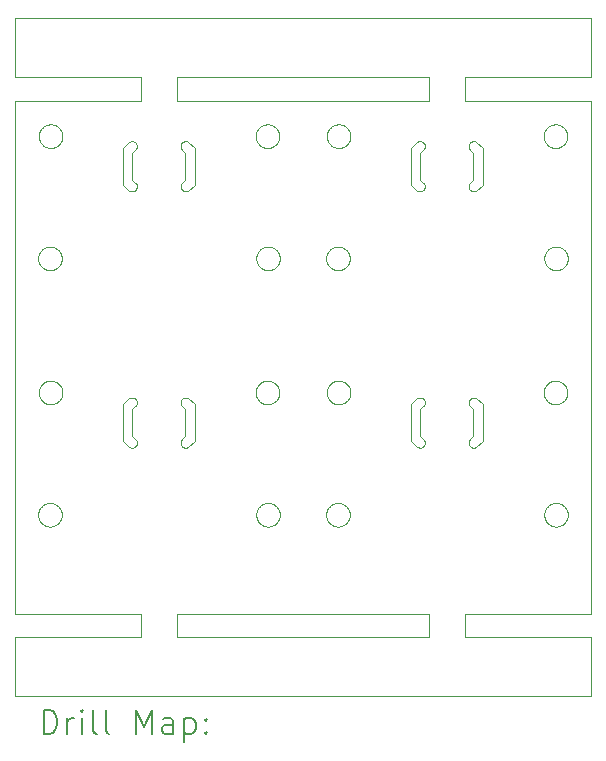
<source format=gbr>
%TF.GenerationSoftware,KiCad,Pcbnew,7.0.2-6a45011f42~172~ubuntu22.04.1*%
%TF.CreationDate,2023-07-04T10:01:22-03:00*%
%TF.ProjectId,TMP117_custom_board_panelize,544d5031-3137-45f6-9375-73746f6d5f62,rev?*%
%TF.SameCoordinates,Original*%
%TF.FileFunction,Drillmap*%
%TF.FilePolarity,Positive*%
%FSLAX45Y45*%
G04 Gerber Fmt 4.5, Leading zero omitted, Abs format (unit mm)*
G04 Created by KiCad (PCBNEW 7.0.2-6a45011f42~172~ubuntu22.04.1) date 2023-07-04 10:01:22*
%MOMM*%
%LPD*%
G01*
G04 APERTURE LIST*
%ADD10C,0.100000*%
%ADD11C,0.200000*%
G04 APERTURE END LIST*
D10*
X14504617Y-5258510D02*
X14500235Y-5256215D01*
X12806863Y-2964456D02*
X12808426Y-2969150D01*
X16931242Y-3954127D02*
X16935237Y-3951210D01*
X16897326Y-6235407D02*
X16895879Y-6230676D01*
X14646069Y-6165246D02*
X14647863Y-6169856D01*
X17050100Y-3076140D02*
X17046178Y-3079156D01*
X13822800Y-5620698D02*
X13820243Y-5617234D01*
X16887475Y-5176214D02*
X16887231Y-5171273D01*
X17091711Y-4023521D02*
X17092078Y-4028455D01*
X15061953Y-6149925D02*
X15064721Y-6145825D01*
X15051326Y-6172193D02*
X15053005Y-6167540D01*
X15832058Y-5211774D02*
X15834185Y-5211439D01*
X16938635Y-5256215D02*
X16934371Y-5253707D01*
X13424564Y-5218003D02*
X13428042Y-5220540D01*
X14518696Y-4127036D02*
X14514108Y-4125185D01*
X12411600Y-7740800D02*
X17288400Y-7740800D01*
X12789757Y-5104943D02*
X12792820Y-5108827D01*
X17037912Y-5082613D02*
X17042113Y-5085226D01*
X17020265Y-6299781D02*
X17015484Y-6301051D01*
X16889668Y-5146720D02*
X16890879Y-5141924D01*
X17047113Y-4116974D02*
X17042912Y-4119587D01*
X15169484Y-6301051D02*
X15164646Y-6302084D01*
X17038588Y-4121990D02*
X17034150Y-4124175D01*
X17091101Y-6218588D02*
X17090248Y-6223461D01*
X15879891Y-3409411D02*
X15880534Y-3411466D01*
X17015484Y-6106548D02*
X17020265Y-6107819D01*
X12740865Y-3094381D02*
X12736084Y-3095651D01*
X15169646Y-5070516D02*
X15174484Y-5071549D01*
X17034150Y-6294575D02*
X17029610Y-6296539D01*
X13432732Y-5224973D02*
X13435461Y-5228302D01*
X14651848Y-4053061D02*
X14650756Y-4057885D01*
X12631321Y-2940425D02*
X12634287Y-2936466D01*
X15876244Y-5615111D02*
X15873865Y-5618700D01*
X17010646Y-4131684D02*
X17005763Y-4132476D01*
X14457513Y-5127976D02*
X14459643Y-5123511D01*
X14451268Y-5190880D02*
X14450295Y-5186029D01*
X16254599Y-5269509D02*
X16253210Y-5265434D01*
X16887964Y-5156463D02*
X16888695Y-5151571D01*
X12806863Y-3032344D02*
X12805069Y-3036954D01*
X12668108Y-3941615D02*
X12672696Y-3939764D01*
X12806700Y-4048188D02*
X12805848Y-4053061D01*
X14619072Y-2927253D02*
X14622504Y-2930816D01*
X15236450Y-6160730D02*
X15238469Y-6165246D01*
X15238469Y-3994846D02*
X15240263Y-3999456D01*
X14537691Y-3097781D02*
X14532790Y-3097110D01*
X15881822Y-5258808D02*
X15881067Y-5263047D01*
X15154910Y-5268731D02*
X15149963Y-5268792D01*
X13867474Y-5213066D02*
X13871542Y-5214479D01*
X14462513Y-6162976D02*
X14464643Y-6158511D01*
X15106508Y-6295585D02*
X15102017Y-6293510D01*
X14478446Y-6138059D02*
X14481790Y-6134413D01*
X16971328Y-6301597D02*
X16966517Y-6300446D01*
X15873937Y-5568398D02*
X15876305Y-5571994D01*
X12659235Y-3945985D02*
X12663617Y-3943690D01*
X16966517Y-6107154D02*
X16971328Y-6106002D01*
X15880534Y-5581866D02*
X15881503Y-5586061D01*
X15879851Y-5607304D02*
X15878246Y-5611299D01*
X14528117Y-3936754D02*
X14532928Y-3935602D01*
X16894668Y-6225880D02*
X16893695Y-6221029D01*
X12668617Y-5258510D02*
X12664235Y-5256215D01*
X14509617Y-6293510D02*
X14505235Y-6291215D01*
X15236753Y-3050174D02*
X15234088Y-3054342D01*
X16976190Y-6302510D02*
X16971328Y-6301597D01*
X12620992Y-6154157D02*
X12623553Y-6149925D01*
X16903043Y-4078689D02*
X16900913Y-4074224D01*
X15250100Y-2983612D02*
X15250711Y-2988521D01*
X16291200Y-3368400D02*
X16291200Y-3138400D01*
X13420849Y-3460774D02*
X13416930Y-3462558D01*
X13816199Y-3407691D02*
X13817994Y-3403777D01*
X12659235Y-4120815D02*
X12654971Y-4118307D01*
X16264095Y-3053315D02*
X16265660Y-3051836D01*
X15251078Y-5173745D02*
X15250711Y-5178679D01*
X12745210Y-6111061D02*
X12749750Y-6113024D01*
X15125517Y-5072154D02*
X15130328Y-5071002D01*
X12668617Y-5079090D02*
X12673108Y-5077015D01*
X15159847Y-2898774D02*
X15164763Y-2899324D01*
X15130328Y-5266598D02*
X15125517Y-5265446D01*
X14514108Y-6295585D02*
X14509617Y-6293510D01*
X15053005Y-3997140D02*
X15054913Y-3992576D01*
X15880495Y-3071350D02*
X15881039Y-3073434D01*
X14641809Y-6251280D02*
X14639353Y-6255574D01*
X14456268Y-6225880D02*
X14455295Y-6221029D01*
X12749750Y-6294575D02*
X12745210Y-6296539D01*
X16961769Y-6299057D02*
X16957096Y-6297436D01*
X14453926Y-3030007D02*
X14452479Y-3025276D01*
X14641069Y-3036954D02*
X14641069Y-3036954D01*
X15229088Y-3977458D02*
X15231753Y-3981625D01*
X12793353Y-6255574D02*
X12790688Y-6259742D01*
X17020265Y-3937419D02*
X17024978Y-3938924D01*
X12745578Y-5074324D02*
X12750210Y-5076061D01*
X15224904Y-2930816D02*
X15228157Y-2934543D01*
X17019978Y-5074324D02*
X17024610Y-5076061D01*
X13404380Y-3040785D02*
X13408653Y-3041312D01*
X15053005Y-4069660D02*
X15051326Y-4065007D01*
X16255497Y-5236002D02*
X16257499Y-5232191D01*
X12740865Y-2902419D02*
X12745578Y-2903924D01*
X13844091Y-3464233D02*
X13840012Y-3462855D01*
X13408653Y-3464893D02*
X13404380Y-3465420D01*
X15250100Y-5183588D02*
X15249248Y-5188461D01*
X16251599Y-5594937D02*
X16251702Y-5590632D01*
X16943017Y-5079090D02*
X16947508Y-5077015D01*
X16371200Y-3098400D02*
X16371200Y-3408400D01*
X12664235Y-5256215D02*
X12659971Y-5253707D01*
X17090248Y-6223461D02*
X17089156Y-6228285D01*
X13830605Y-3049125D02*
X13834207Y-3046768D01*
X14646069Y-4071954D02*
X14644050Y-4076470D01*
X13819099Y-3061791D02*
X13820243Y-3059966D01*
X14552510Y-5068869D02*
X14557447Y-5069175D01*
X12740865Y-5072819D02*
X12745578Y-5074324D01*
X13875445Y-3045896D02*
X13879144Y-3048099D01*
X15178978Y-4127875D02*
X15174265Y-4129381D01*
X16966328Y-3096197D02*
X16961517Y-3095046D01*
X16990910Y-5268731D02*
X16985963Y-5268792D01*
X13442671Y-5583951D02*
X13443103Y-5586061D01*
X16990910Y-2898469D02*
X16995847Y-2898774D01*
X15115769Y-6108543D02*
X15120517Y-6107154D01*
X15877289Y-5233771D02*
X15879095Y-5237679D01*
X17075088Y-6259742D02*
X17072220Y-6263773D01*
X12623553Y-6149925D02*
X12626321Y-6145825D01*
X16915190Y-5099413D02*
X16918709Y-5095937D01*
X16254644Y-3439221D02*
X16253892Y-3437203D01*
X16282491Y-3464233D02*
X16278412Y-3462855D01*
X15876244Y-3444711D02*
X15873865Y-3448300D01*
X12811700Y-5154012D02*
X12812311Y-5158921D01*
X16315722Y-5630249D02*
X16311916Y-5632262D01*
X13395785Y-3041039D02*
X13400076Y-3040693D01*
X17084469Y-6242354D02*
X17082450Y-6246870D01*
X16895913Y-2957576D02*
X16898043Y-2953111D01*
X13873516Y-5632262D02*
X13869526Y-5633879D01*
X13817994Y-3103023D02*
X13817047Y-3101089D01*
X17087200Y-5168800D02*
X17087078Y-5173745D01*
X14639050Y-5125730D02*
X14641069Y-5130246D01*
X12759188Y-2909810D02*
X12763512Y-2912213D01*
X14562447Y-3933774D02*
X14567363Y-3934324D01*
X16905392Y-6253442D02*
X16903043Y-6249089D01*
X15192588Y-6292390D02*
X15188150Y-6294575D01*
X17042912Y-6117613D02*
X17047113Y-6120226D01*
X12628553Y-2944525D02*
X12631321Y-2940425D01*
X15086396Y-3074561D02*
X15082709Y-3071263D01*
X16916846Y-6269541D02*
X16913687Y-6265734D01*
X12771778Y-5249556D02*
X12767713Y-5252374D01*
X12701691Y-2899019D02*
X12706620Y-2898591D01*
X12701620Y-3933591D02*
X12706563Y-3933408D01*
X12801863Y-3999456D02*
X12803426Y-4004150D01*
X12623643Y-5214089D02*
X12621513Y-5209624D01*
X15094237Y-2916210D02*
X15098371Y-2913493D01*
X17042113Y-2914826D02*
X17046178Y-2917644D01*
X15882144Y-5594637D02*
X15881811Y-5598930D01*
X12696691Y-6104419D02*
X12701620Y-6103991D01*
X14572246Y-6302084D02*
X14567363Y-6302876D01*
X14518696Y-6297436D02*
X14514108Y-6295585D01*
X12812311Y-5178679D02*
X12811700Y-5183588D01*
X12646842Y-6283072D02*
X12642996Y-6279961D01*
X13443426Y-3417790D02*
X13443748Y-3422084D01*
X15231753Y-6255574D02*
X15229088Y-6259742D01*
X15085242Y-3954127D02*
X15089237Y-3951210D01*
X15919200Y-2700000D02*
X14850000Y-2700000D01*
X17015265Y-2902419D02*
X17019978Y-2903924D01*
X12807311Y-6213679D02*
X12806700Y-6218588D01*
X14639050Y-2955330D02*
X14641069Y-2959846D01*
X13932800Y-5268800D02*
X13932800Y-5578800D01*
X17082826Y-5198050D02*
X17082826Y-5198050D01*
X17288400Y-7740800D02*
X17288400Y-7240800D01*
X17062472Y-4104547D02*
X17058868Y-4107935D01*
X14476790Y-2929013D02*
X14480309Y-2925537D01*
X15842544Y-3368099D02*
X15869734Y-3393099D01*
X13814299Y-5603466D02*
X13813532Y-5599229D01*
X17087826Y-6233050D02*
X17086263Y-6237744D01*
X13871542Y-3462721D02*
X13869526Y-3463479D01*
X15224904Y-5236384D02*
X15221472Y-5239947D01*
X13443748Y-3422084D02*
X13443744Y-3424237D01*
X13813199Y-3424537D02*
X13813302Y-3420232D01*
X14636809Y-2950920D02*
X14639050Y-2955330D01*
X14458926Y-6172193D02*
X14460605Y-6167540D01*
X17029150Y-3089175D02*
X17024610Y-3091139D01*
X13443103Y-5586061D02*
X13443641Y-5590333D01*
X15234088Y-5224742D02*
X15231220Y-5228773D01*
X14518369Y-5264057D02*
X14513696Y-5262436D01*
X13383427Y-3044637D02*
X13385402Y-3043779D01*
X13443632Y-5596788D02*
X13443081Y-5601058D01*
X17019978Y-2903924D02*
X17024610Y-2905661D01*
X14460605Y-3997140D02*
X14462513Y-3992576D01*
X12637446Y-5103059D02*
X12640790Y-5099413D01*
X17084156Y-3022885D02*
X17082826Y-3027650D01*
X15107017Y-5079090D02*
X15111508Y-5077015D01*
X16284578Y-3464765D02*
X16282491Y-3464233D01*
X15871136Y-3451630D02*
X15868083Y-3454666D01*
X15093371Y-6118893D02*
X15097635Y-6116385D01*
X14651848Y-4013739D02*
X14652700Y-4018612D01*
X17086263Y-6169856D02*
X17087826Y-6174550D01*
X16257438Y-5275306D02*
X16255447Y-5271489D01*
X12608075Y-4040814D02*
X12607830Y-4035873D01*
X16251596Y-5254817D02*
X16251711Y-5250513D01*
X13389469Y-5212767D02*
X13391551Y-5212217D01*
X12726363Y-2899324D02*
X12731246Y-2900116D01*
X12800069Y-3994846D02*
X12801863Y-3999456D01*
X12672696Y-6297436D02*
X12668108Y-6295585D01*
X13815492Y-3069597D02*
X13817097Y-3065602D01*
X12610268Y-4055480D02*
X12609295Y-4050629D01*
X15107017Y-5258510D02*
X15102635Y-5256215D01*
X14454075Y-6211214D02*
X14453830Y-6206273D01*
X12810848Y-5149139D02*
X12811700Y-5154012D01*
X15855330Y-3462558D02*
X15851251Y-3463936D01*
X16908687Y-3060334D02*
X16905721Y-3056375D01*
X12647996Y-5092639D02*
X12651842Y-5089527D01*
X14607778Y-5249556D02*
X14603713Y-5252374D01*
X15054879Y-5195676D02*
X15053668Y-5190880D01*
X15246200Y-4033400D02*
X15246078Y-4038345D01*
X12783072Y-3069547D02*
X12779467Y-3072935D01*
X15249248Y-5188461D02*
X15248156Y-5193285D01*
X14595750Y-6113024D02*
X14600188Y-6115210D01*
X15221472Y-5239947D02*
X15217867Y-5243335D01*
X17091711Y-4043279D02*
X17091101Y-4048188D01*
X16307926Y-5633879D02*
X16303792Y-5635083D01*
X17086101Y-5183588D02*
X17085248Y-5188461D01*
X16920190Y-6273187D02*
X16916846Y-6269541D01*
X16888695Y-5151571D02*
X16889668Y-5146720D01*
X15077709Y-6130937D02*
X15081396Y-6127639D01*
X13863285Y-3465126D02*
X13859017Y-3465689D01*
X12810848Y-5188461D02*
X12809756Y-5193285D01*
X17058868Y-3958865D02*
X17062472Y-3962253D01*
X14595750Y-3942624D02*
X14600188Y-3944810D01*
X17077450Y-2955330D02*
X17079469Y-2959846D01*
X13442644Y-3432767D02*
X13441451Y-3436904D01*
X12798353Y-2946625D02*
X12800809Y-2950920D01*
X16253892Y-3437203D02*
X16253243Y-3435149D01*
X16935237Y-6285990D02*
X16931242Y-6283072D01*
X16898043Y-5214089D02*
X16895913Y-5209624D01*
X14475287Y-6141866D02*
X14478446Y-6138059D01*
X14581865Y-3937419D02*
X14586578Y-3938924D01*
X12789757Y-2934543D02*
X12792820Y-2938427D01*
X13438893Y-5613230D02*
X13436700Y-5616936D01*
X16943635Y-3945985D02*
X16948017Y-3943690D01*
X15838475Y-5635911D02*
X15834183Y-5635566D01*
X17033588Y-2909810D02*
X17037912Y-2912213D01*
X12610268Y-4011320D02*
X12611479Y-4006524D01*
X12654971Y-6288707D02*
X12650837Y-6285990D01*
X12663617Y-3943690D02*
X12668108Y-3941615D01*
X13813199Y-5594937D02*
X13813302Y-5590632D01*
X12792820Y-2938427D02*
X12795688Y-2942458D01*
X13828898Y-5626762D02*
X13827260Y-5625364D01*
X14475287Y-6265734D02*
X14472321Y-6261775D01*
X15159763Y-3934324D02*
X15164646Y-3935116D01*
X15882144Y-3424237D02*
X15881811Y-3428530D01*
X12621513Y-3039224D02*
X12619605Y-3034660D01*
X13854713Y-3465817D02*
X13852562Y-3465717D01*
X14481790Y-6273187D02*
X14478446Y-6269541D01*
X13416930Y-5632958D02*
X13412851Y-5634336D01*
X13813532Y-5599229D02*
X13813311Y-5597087D01*
X17092078Y-6208745D02*
X17091711Y-6213679D01*
X16887964Y-3010737D02*
X16887475Y-3005814D01*
X16990910Y-3098331D02*
X16985963Y-3098392D01*
X16966517Y-6300446D02*
X16961769Y-6299057D01*
X17070088Y-2942458D02*
X17072754Y-2946625D01*
X13838030Y-5215187D02*
X13842034Y-5213604D01*
X15250711Y-5158921D02*
X15251078Y-5163855D01*
X13817994Y-3403777D02*
X13820177Y-3400066D01*
X15051964Y-5156463D02*
X15052695Y-5151571D01*
X16890879Y-5141924D02*
X16892326Y-5137193D01*
X16976190Y-4132110D02*
X16971328Y-4131197D01*
X14572246Y-3935116D02*
X14577084Y-3936148D01*
X17086711Y-3008279D02*
X17086101Y-3013188D01*
X15125517Y-2901754D02*
X15130328Y-2900602D01*
X13400075Y-3465511D02*
X13395783Y-3465166D01*
X15241450Y-5211870D02*
X15239209Y-5216280D01*
X14567246Y-5070516D02*
X14572084Y-5071549D01*
X16956769Y-5073543D02*
X16961517Y-5072154D01*
X12812311Y-2988521D02*
X12812678Y-2993455D01*
X15089237Y-6121610D02*
X15093371Y-6118893D01*
X15193150Y-5259575D02*
X15188610Y-5261539D01*
X15169484Y-3936148D02*
X15174265Y-3937419D01*
X12673108Y-5077015D02*
X12677696Y-5075164D01*
X12721447Y-5268425D02*
X12716510Y-5268731D01*
X15239209Y-3045880D02*
X15236753Y-3050174D01*
X12805069Y-5130246D02*
X12806863Y-5134856D01*
X17081263Y-3032344D02*
X17079469Y-3036954D01*
X12808426Y-2969150D02*
X12809756Y-2973914D01*
X17080209Y-6251280D02*
X17077754Y-6255574D01*
X12706620Y-2898591D02*
X12711563Y-2898408D01*
X12795809Y-4080880D02*
X12793353Y-4085174D01*
X15149910Y-6303731D02*
X15144963Y-6303792D01*
X14547563Y-3098392D02*
X14542620Y-3098209D01*
X15183610Y-6111061D02*
X15188150Y-6113024D01*
X17047113Y-6120226D02*
X17051178Y-6123044D01*
X14500235Y-2910985D02*
X14504617Y-2908690D01*
X14464553Y-5222675D02*
X14461992Y-5218443D01*
X16264010Y-5283800D02*
X16261124Y-5280605D01*
X15064721Y-6261775D02*
X15061953Y-6257675D01*
X12642996Y-3957239D02*
X12646842Y-3954127D01*
X16899005Y-6240060D02*
X16897326Y-6235407D01*
X15047695Y-4050629D02*
X15046964Y-4045737D01*
X12663617Y-6114090D02*
X12668108Y-6112015D01*
X12625992Y-3048042D02*
X12623643Y-3043689D01*
X16981020Y-2898591D02*
X16985963Y-2898408D01*
X12609295Y-4016170D02*
X12610268Y-4011320D01*
X14505235Y-4120815D02*
X14500971Y-4118307D01*
X12812678Y-5163855D02*
X12812800Y-5168800D01*
X15832056Y-3464830D02*
X15827867Y-3463837D01*
X12812311Y-3008279D02*
X12811700Y-3013188D01*
X15046964Y-6216137D02*
X15046475Y-6211214D01*
X15046230Y-6201326D02*
X15046475Y-6196386D01*
X16252241Y-5261239D02*
X16251702Y-5256968D01*
X12807678Y-4038345D02*
X12807311Y-4043279D01*
X13435534Y-3108198D02*
X13434217Y-3109902D01*
X17079469Y-3036954D02*
X17077450Y-3041470D01*
X14455605Y-5132540D02*
X14457513Y-5127976D01*
X12659235Y-6116385D02*
X12663617Y-6114090D01*
X15221472Y-3069547D02*
X15217867Y-3072935D01*
X14646848Y-5149139D02*
X14647700Y-5154012D01*
X14616700Y-6126059D02*
X14620467Y-6129265D01*
X15821827Y-5215037D02*
X15825817Y-5213421D01*
X15201912Y-5254987D02*
X15197588Y-5257390D01*
X14459643Y-2953111D02*
X14461992Y-2948757D01*
X15216472Y-6274947D02*
X15212867Y-6278335D01*
X17042912Y-3947213D02*
X17047113Y-3949826D01*
X14646848Y-2978739D02*
X14647700Y-2983612D01*
X17087826Y-6174550D02*
X17089156Y-6179314D01*
X14454075Y-6196386D02*
X14454564Y-6191463D01*
X14449564Y-5181137D02*
X14449075Y-5176214D01*
X15869644Y-3053017D02*
X15872539Y-3056203D01*
X15183978Y-3092875D02*
X15179265Y-3094381D01*
X15144963Y-6303792D02*
X15140020Y-6303609D01*
X15169646Y-5267084D02*
X15164763Y-5267876D01*
X14466992Y-4083042D02*
X14464643Y-4078689D01*
X13442129Y-5265132D02*
X13440740Y-5269207D01*
X15164646Y-6105516D02*
X15169484Y-6106548D01*
X14542691Y-6104419D02*
X14547620Y-6103991D01*
X16255447Y-5271489D02*
X16254599Y-5269509D01*
X13848289Y-5635590D02*
X13846178Y-5635165D01*
X13932800Y-3098400D02*
X13932800Y-3408400D01*
X17064157Y-5232657D02*
X17060905Y-5236384D01*
X14542620Y-5068991D02*
X14547563Y-5068808D01*
X13395785Y-5211439D02*
X13400076Y-5211094D01*
X14607778Y-3079156D02*
X14603713Y-3081974D01*
X16985963Y-5068808D02*
X16990910Y-5068869D01*
X15135190Y-5267510D02*
X15130328Y-5266598D01*
X15243469Y-3036954D02*
X15241450Y-3041470D01*
X14639353Y-6255574D02*
X14636688Y-6259742D01*
X14616700Y-6281540D02*
X14612778Y-6284556D01*
X12613075Y-5161386D02*
X12613564Y-5156463D01*
X14461992Y-2948757D02*
X14464553Y-2944525D01*
X15872620Y-3396294D02*
X15873937Y-3397998D01*
X16265660Y-3454964D02*
X16264095Y-3453485D01*
X14476790Y-3067787D02*
X14473446Y-3064141D01*
X14492842Y-3954127D02*
X14496837Y-3951210D01*
X14458926Y-4001793D02*
X14460605Y-3997140D01*
X14577084Y-6301051D02*
X14572246Y-6302084D01*
X16934371Y-2913493D02*
X16938635Y-2910985D01*
X15057043Y-6158511D02*
X15059392Y-6154157D01*
X14646069Y-4071954D02*
X14646069Y-4071954D01*
X15825815Y-5633583D02*
X15821824Y-5631966D01*
X12726363Y-5069724D02*
X12731246Y-5070516D01*
X15183610Y-3940661D02*
X15188150Y-3942624D01*
X15879887Y-5267187D02*
X15878293Y-5271186D01*
X13440744Y-5577791D02*
X13441491Y-5579811D01*
X12745578Y-2903924D02*
X12750210Y-2905661D01*
X15048668Y-4055480D02*
X15047695Y-4050629D01*
X15093371Y-4118307D02*
X15089237Y-4115590D01*
X12620992Y-4083042D02*
X12618643Y-4078689D01*
X14552563Y-4133392D02*
X14547620Y-4133209D01*
X12634287Y-2936466D02*
X12637446Y-2932659D01*
X12635790Y-3964013D02*
X12639309Y-3960537D01*
X16905721Y-5226775D02*
X16902953Y-5222675D01*
X12754750Y-5259575D02*
X12750210Y-5261539D01*
X14449075Y-2990986D02*
X14449564Y-2986063D01*
X12804756Y-6179314D02*
X12805848Y-6184139D01*
X13842034Y-5633996D02*
X13840012Y-5633255D01*
X15053668Y-5190880D02*
X15052695Y-5186029D01*
X14636809Y-3045880D02*
X14634353Y-3050174D01*
X15093371Y-6288707D02*
X15089237Y-6285990D01*
X14591210Y-3940661D02*
X14595750Y-3942624D01*
X14461992Y-5119157D02*
X14464553Y-5114925D01*
X15051230Y-3000873D02*
X15051230Y-2995926D01*
X12812678Y-3003345D02*
X12812311Y-3008279D01*
X16258577Y-3400066D02*
X16261124Y-3396595D01*
X15847053Y-5635293D02*
X15842780Y-5635820D01*
X15070846Y-6269541D02*
X15067687Y-6265734D01*
X15862964Y-3047602D02*
X15866442Y-3050140D01*
X15074190Y-6134413D02*
X15077709Y-6130937D01*
X13393656Y-3464830D02*
X13391549Y-3464387D01*
X17072220Y-6263773D02*
X17069157Y-6267657D01*
X15212867Y-3958865D02*
X15216472Y-3962253D01*
X12808426Y-5139550D02*
X12809756Y-5144315D01*
X16910721Y-6261775D02*
X16907953Y-6257675D01*
X13863285Y-5212074D02*
X13867474Y-5213066D01*
X12619605Y-5132540D02*
X12621513Y-5127976D01*
X14464553Y-2944525D02*
X14467321Y-2940425D01*
X15787544Y-5603499D02*
X15762544Y-5578499D01*
X15249248Y-5149139D02*
X15250100Y-5154012D01*
X12644309Y-5241663D02*
X12640790Y-5238187D01*
X12800809Y-5216280D02*
X12798353Y-5220574D01*
X14622504Y-5236384D02*
X14619072Y-5239947D01*
X17050100Y-5091059D02*
X17053868Y-5094265D01*
X16976190Y-6105090D02*
X16981091Y-6104419D01*
X13412851Y-3463936D02*
X13408653Y-3464893D01*
X15240263Y-6237744D02*
X15238469Y-6242354D01*
X17055100Y-4111140D02*
X17051178Y-4114156D01*
X15847053Y-3041312D02*
X15851250Y-3042269D01*
X12632446Y-6269541D02*
X12629287Y-6265734D01*
X17092078Y-6198855D02*
X17092200Y-6203800D01*
X15762544Y-5578499D02*
X15762544Y-5268499D01*
X16990963Y-3933408D02*
X16995910Y-3933469D01*
X12805848Y-4053061D02*
X12804756Y-4057885D01*
X15859247Y-5215831D02*
X15862964Y-5218003D01*
X16905721Y-5110825D02*
X16908687Y-5106866D01*
X13408653Y-3041312D02*
X13412850Y-3042269D01*
X16290962Y-3465717D02*
X16290962Y-3465717D01*
X13780800Y-2500000D02*
X15919200Y-2500000D01*
X12635790Y-6134413D02*
X12639309Y-6130937D01*
X15106508Y-6112015D02*
X15111096Y-6110164D01*
X12687117Y-5265446D02*
X12682369Y-5264057D01*
X12807678Y-6208745D02*
X12807311Y-6213679D01*
X12795809Y-6251280D02*
X12793353Y-6255574D01*
X13443740Y-5252362D02*
X13443743Y-5254515D01*
X15201912Y-5082613D02*
X15206113Y-5085226D01*
X17055100Y-6126059D02*
X17058868Y-6129265D01*
X16943635Y-6116385D02*
X16948017Y-6114090D01*
X14644050Y-4076470D02*
X14641809Y-4080880D01*
X12740578Y-6109324D02*
X12745210Y-6111061D01*
X15053668Y-5146720D02*
X15054879Y-5141924D01*
X14653311Y-6213679D02*
X14652700Y-6218588D01*
X13842034Y-5213604D02*
X13844091Y-5212967D01*
X15116096Y-2904764D02*
X15120769Y-2903143D01*
X16903043Y-6249089D02*
X16900913Y-6244624D01*
X15851250Y-5212669D02*
X15855329Y-5214047D01*
X15881039Y-5243834D02*
X15881806Y-5248070D01*
X14478446Y-3967659D02*
X14481790Y-3964013D01*
X14500235Y-3085815D02*
X14495971Y-3083307D01*
X16297417Y-5636089D02*
X16297417Y-5636089D01*
X15245711Y-6213679D02*
X15245100Y-6218588D01*
X13441447Y-3069297D02*
X13442639Y-3073434D01*
X15250100Y-3013188D02*
X15249248Y-3018061D01*
X14449075Y-3005814D02*
X14448830Y-3000873D01*
X17067220Y-3058373D02*
X17064157Y-3062257D01*
X15149910Y-6103869D02*
X15154847Y-6104174D01*
X15234088Y-5112858D02*
X15236753Y-5117026D01*
X14449075Y-5161386D02*
X14449564Y-5156463D01*
X14644426Y-5139550D02*
X14645756Y-5144315D01*
X13822724Y-3110205D02*
X13820177Y-3106734D01*
X16272607Y-3046768D02*
X16276430Y-3044787D01*
X12775700Y-5246541D02*
X12771778Y-5249556D01*
X14639353Y-3981625D02*
X14641809Y-3985920D01*
X15054913Y-6162976D02*
X15057043Y-6158511D01*
X13431334Y-5563499D02*
X13434220Y-5566694D01*
X15201113Y-6120226D02*
X15205178Y-6123044D01*
X15842780Y-3040785D02*
X15847053Y-3041312D01*
X16961517Y-2901754D02*
X16966328Y-2900602D01*
X14562363Y-2899324D02*
X14567246Y-2900116D01*
X12654971Y-4118307D02*
X12650837Y-4115590D01*
X15056326Y-5137193D02*
X15058005Y-5132540D01*
X17057472Y-5239947D02*
X17053868Y-5243335D01*
X13879144Y-3048099D02*
X13932800Y-3098400D01*
X12754188Y-3944810D02*
X12758512Y-3947213D01*
X12803050Y-2955330D02*
X12805069Y-2959846D01*
X13424566Y-3458601D02*
X13420849Y-3460774D01*
X16952096Y-2904764D02*
X16956769Y-2903143D01*
X15062043Y-5123511D02*
X15064392Y-5119157D01*
X15201912Y-3084587D02*
X15197588Y-3086990D01*
X14504617Y-3088110D02*
X14500235Y-3085815D01*
X14460605Y-6167540D02*
X14462513Y-6162976D01*
X15241826Y-6174550D02*
X15243156Y-6179314D01*
X14599512Y-5254987D02*
X14595188Y-5257390D01*
X13827260Y-3454964D02*
X13824207Y-3451928D01*
X15862966Y-5629001D02*
X15859249Y-5631174D01*
X12651842Y-5089527D02*
X12655837Y-5086610D01*
X17065905Y-4100984D02*
X17062472Y-4104547D01*
X16290962Y-3041083D02*
X16295266Y-3040992D01*
X16371200Y-3408400D02*
X16317544Y-3458701D01*
X13813517Y-3418090D02*
X13814272Y-3413851D01*
X12726363Y-3097476D02*
X12721447Y-3098025D01*
X12798050Y-6160730D02*
X12800069Y-6165246D01*
X15107017Y-2908690D02*
X15111508Y-2906615D01*
X15206113Y-3081974D02*
X15201912Y-3084587D01*
X13852562Y-3465717D02*
X13852562Y-3465717D01*
X14642863Y-5134856D02*
X14644426Y-5139550D01*
X12686928Y-6106002D02*
X12691790Y-6105090D01*
X13817994Y-5273423D02*
X13817047Y-5271489D01*
X12800809Y-2950920D02*
X12803050Y-2955330D01*
X17077450Y-5125730D02*
X17079469Y-5130246D01*
X16893695Y-4050629D02*
X16892964Y-4045737D01*
X16930237Y-3080590D02*
X16926242Y-3077672D01*
X12691790Y-3934690D02*
X12696691Y-3934019D01*
X12608075Y-4025986D02*
X12608564Y-4021063D01*
X14452479Y-5141924D02*
X14453926Y-5137193D01*
X16930237Y-2916210D02*
X16934371Y-2913493D01*
X15111096Y-6297436D02*
X15106508Y-6295585D01*
X14562447Y-6303425D02*
X14557510Y-6303731D01*
X16251711Y-3080113D02*
X16252262Y-3075843D01*
X15144963Y-3933408D02*
X15149910Y-3933469D01*
X12642996Y-6279961D02*
X12639309Y-6276663D01*
X17091711Y-6213679D02*
X17091101Y-6218588D01*
X14567363Y-3934324D02*
X14572246Y-3935116D01*
X17019978Y-5263276D02*
X17015265Y-5264781D01*
X14567363Y-6302876D02*
X14562447Y-6303425D01*
X12767713Y-2914826D02*
X12771778Y-2917644D01*
X15075846Y-3064141D02*
X15072687Y-3060334D01*
X13443406Y-3077670D02*
X13443740Y-3081962D01*
X15847053Y-3464893D02*
X15842780Y-3465420D01*
X12686928Y-6301597D02*
X12682117Y-6300446D01*
X16282491Y-3042567D02*
X16286689Y-3041610D01*
X14644050Y-6246870D02*
X14641809Y-6251280D01*
X13443743Y-5254515D02*
X13443422Y-5258808D01*
X15196912Y-4119587D02*
X15192588Y-4121990D01*
X14457513Y-2957576D02*
X14459643Y-2953111D01*
X15818018Y-5629954D02*
X15816196Y-5628805D01*
X12711510Y-6303731D02*
X12706563Y-6303792D01*
X15834185Y-5211439D02*
X15838476Y-5211094D01*
X15116096Y-5262436D02*
X15111508Y-5260585D01*
X12608075Y-6211214D02*
X12607830Y-6206273D01*
X12807800Y-6203800D02*
X12807678Y-6208745D01*
X15842544Y-5538499D02*
X15869734Y-5563499D01*
X15214100Y-5091059D02*
X15217867Y-5094265D01*
X12651842Y-3077672D02*
X12647996Y-3074561D01*
X12611479Y-4006524D02*
X12612926Y-4001793D01*
X17015265Y-5264781D02*
X17010484Y-5266051D01*
X12784757Y-6139943D02*
X12787820Y-6143827D01*
X12811700Y-3013188D02*
X12810848Y-3018061D01*
X15046475Y-6196386D02*
X15046964Y-6191463D01*
X12664235Y-2910985D02*
X12668617Y-2908690D01*
X14457479Y-6176924D02*
X14458926Y-6172193D01*
X12766778Y-6123044D02*
X12770700Y-6126059D01*
X12612926Y-6235407D02*
X12611479Y-6230676D01*
X14509108Y-5260585D02*
X14504617Y-5258510D01*
X13442639Y-5243834D02*
X13443406Y-5248070D01*
X15097635Y-6291215D02*
X15093371Y-6288707D01*
X17091101Y-4048188D02*
X17090248Y-4053061D01*
X15827869Y-3042367D02*
X15832058Y-3041374D01*
X16253892Y-5239997D02*
X16255497Y-5236002D01*
X16981091Y-4132781D02*
X16976190Y-4132110D01*
X15217867Y-5094265D02*
X15221472Y-5097653D01*
X12766778Y-6284556D02*
X12762713Y-6287374D01*
X16900913Y-6244624D02*
X16899005Y-6240060D01*
X16981091Y-6303181D02*
X16976190Y-6302510D01*
X14591210Y-6296539D02*
X14586578Y-6298275D01*
X14475287Y-4095334D02*
X14472321Y-4091375D01*
X13324144Y-3098099D02*
X13377800Y-3047798D01*
X14653311Y-4043279D02*
X14652700Y-4048188D01*
X13383424Y-3461566D02*
X13381496Y-3460608D01*
X15872539Y-3056203D02*
X15875096Y-3059667D01*
X14481790Y-4102787D02*
X14478446Y-4099141D01*
X14552510Y-2898469D02*
X14557447Y-2898774D01*
X12629287Y-4095334D02*
X12626321Y-4091375D01*
X14631688Y-5112858D02*
X14634353Y-5117026D01*
X17075209Y-3045880D02*
X17072754Y-3050174D01*
X13816199Y-5269509D02*
X13814810Y-5265434D01*
X16908687Y-5106866D02*
X16911846Y-5103059D01*
X14453830Y-4030926D02*
X14454075Y-4025986D01*
X16286689Y-5635590D02*
X16284578Y-5635165D01*
X14456268Y-4055480D02*
X14455295Y-4050629D01*
X12731084Y-6301051D02*
X12726246Y-6302084D01*
X15164763Y-2899324D02*
X15169646Y-2900116D01*
X15059913Y-5127976D02*
X15062043Y-5123511D01*
X15866442Y-3050140D02*
X15869644Y-3053017D01*
X14576865Y-5072819D02*
X14581578Y-5074324D01*
X17062472Y-3962253D02*
X17065905Y-3965816D01*
X12701620Y-6303609D02*
X12696691Y-6303181D01*
X15052695Y-3015629D02*
X15051964Y-3010737D01*
X14466992Y-3983757D02*
X14469553Y-3979525D01*
X13813517Y-5588490D02*
X13814272Y-5584251D01*
X13393658Y-3041374D02*
X13395785Y-3041039D01*
X14648800Y-5168800D02*
X14648678Y-5173745D01*
X14630757Y-4097257D02*
X14627504Y-4100984D01*
X13443103Y-3415661D02*
X13443426Y-3417790D01*
X14604512Y-6117613D02*
X14608713Y-6120226D01*
X14487842Y-2919127D02*
X14491837Y-2916210D01*
X12795688Y-5224742D02*
X12792820Y-5228773D01*
X16922396Y-2922239D02*
X16926242Y-2919127D01*
X16261124Y-3110205D02*
X16258577Y-3106734D01*
X15097635Y-4120815D02*
X15093371Y-4118307D01*
X15197588Y-3086990D02*
X15193150Y-3089175D01*
X17019978Y-3092875D02*
X17015265Y-3094381D01*
X17038588Y-3944810D02*
X17042912Y-3947213D01*
X16888695Y-3015629D02*
X16887964Y-3010737D01*
X15787544Y-3433099D02*
X15762544Y-3408099D01*
X13377800Y-5218198D02*
X13379621Y-5217050D01*
X14500971Y-3948493D02*
X14505235Y-3945985D01*
X14652700Y-4048188D02*
X14651848Y-4053061D01*
X16934371Y-5083893D02*
X16938635Y-5081385D01*
X15125328Y-3935602D02*
X15130190Y-3934690D01*
X12647996Y-5244961D02*
X12644309Y-5241663D01*
X14513696Y-2904764D02*
X14518369Y-2903143D01*
X14567363Y-6104724D02*
X14572246Y-6105516D01*
X15062043Y-5214089D02*
X15059913Y-5209624D01*
X12614295Y-2981170D02*
X12615268Y-2976320D01*
X15169484Y-4130651D02*
X15164646Y-4131684D01*
X14514108Y-3941615D02*
X14518696Y-3939764D01*
X17046178Y-3079156D02*
X17042113Y-3081974D01*
X17092200Y-6203800D02*
X17092078Y-6208745D01*
X15054879Y-5141924D02*
X15056326Y-5137193D01*
X15046964Y-4045737D02*
X15046475Y-4040814D01*
X12711563Y-5068808D02*
X12716510Y-5068869D01*
X15145020Y-2898591D02*
X15149963Y-2898408D01*
X12786504Y-5101216D02*
X12789757Y-5104943D01*
X16305875Y-3464134D02*
X16301685Y-3465126D01*
X15061953Y-4087275D02*
X15059392Y-4083042D01*
X12616479Y-5195676D02*
X12615268Y-5190880D01*
X15248156Y-5193285D02*
X15246826Y-5198050D01*
X15881806Y-3077670D02*
X15882140Y-3081962D01*
X13428042Y-5220540D02*
X13429679Y-5221938D01*
X13815453Y-3097089D02*
X13814810Y-3095034D01*
X14581865Y-6107819D02*
X14586578Y-6109324D01*
X14523117Y-5072154D02*
X14527928Y-5071002D01*
X16943017Y-5258510D02*
X16938635Y-5256215D01*
X16301685Y-3465126D02*
X16297417Y-3465689D01*
X15879891Y-5579811D02*
X15880534Y-5581866D01*
X15111508Y-3090185D02*
X15107017Y-3088110D01*
X12784757Y-6267657D02*
X12781504Y-6271384D01*
X12770700Y-4111140D02*
X12766778Y-4114156D01*
X16934371Y-5253707D02*
X16930237Y-5250990D01*
X12701691Y-5268181D02*
X12696790Y-5267510D01*
X15878246Y-5611299D02*
X15876244Y-5615111D01*
X17051178Y-4114156D02*
X17047113Y-4116974D01*
X13813841Y-5261239D02*
X13813302Y-5256968D01*
X12810848Y-3018061D02*
X12809756Y-3022885D01*
X13435537Y-5568398D02*
X13436767Y-5570166D01*
X16907953Y-6257675D02*
X16905392Y-6253442D01*
X15196912Y-6289987D02*
X15192588Y-6292390D01*
X16922396Y-5092639D02*
X16926242Y-5089527D01*
X13442100Y-5605251D02*
X13440699Y-5609322D01*
X17015484Y-6301051D02*
X17010646Y-6302084D01*
X16961769Y-3938143D02*
X16966517Y-3936754D01*
X14448830Y-5166327D02*
X14449075Y-5161386D01*
X14514108Y-4125185D02*
X14509617Y-4123110D01*
X16313845Y-3460904D02*
X16309942Y-3462721D01*
X15224904Y-3065984D02*
X15221472Y-3069547D01*
X12642996Y-4109561D02*
X12639309Y-4106263D01*
X12659235Y-6291215D02*
X12654971Y-6288707D01*
X12803050Y-3041470D02*
X12800809Y-3045880D01*
X16907953Y-4087275D02*
X16905392Y-4083042D01*
X14483996Y-5244961D02*
X14480309Y-5241663D01*
X15239209Y-5121320D02*
X15241450Y-5125730D01*
X12626321Y-4091375D02*
X12623553Y-4087275D01*
X12614605Y-4069660D02*
X12612926Y-4065007D01*
X12804756Y-6228285D02*
X12803426Y-6233050D01*
X13815492Y-5607603D02*
X13814299Y-5603466D01*
X13840012Y-5633255D02*
X13836094Y-5631471D01*
X15243156Y-6228285D02*
X15241826Y-6233050D01*
X13439893Y-3100786D02*
X13437902Y-3104603D01*
X13869526Y-3463479D02*
X13867475Y-3464134D01*
X15120517Y-6107154D02*
X15125328Y-6106002D01*
X14630757Y-6267657D02*
X14627504Y-6271384D01*
X13854713Y-5636217D02*
X13852562Y-5636117D01*
X17069157Y-3969543D02*
X17072220Y-3973427D01*
X15234209Y-6251280D02*
X15231753Y-6255574D01*
X15819896Y-3460608D02*
X15816196Y-3458405D01*
X15058005Y-2962140D02*
X15059913Y-2957576D01*
X15059392Y-4083042D02*
X15057043Y-4078689D01*
X12804756Y-4057885D02*
X12803426Y-4062650D01*
X14651848Y-6184139D02*
X14652700Y-6189012D01*
X15197588Y-2909810D02*
X15201912Y-2912213D01*
X12617926Y-2966793D02*
X12619605Y-2962140D01*
X16317544Y-5218499D02*
X16371200Y-5268800D01*
X14467321Y-3056375D02*
X14464553Y-3052275D01*
X16892231Y-6201326D02*
X16892475Y-6196386D01*
X16976091Y-5268181D02*
X16971190Y-5267510D01*
X14639353Y-6152025D02*
X14641809Y-6156320D01*
X12775700Y-3076140D02*
X12771778Y-3079156D01*
X15102017Y-3943690D02*
X15106508Y-3941615D01*
X16961769Y-4128657D02*
X16957096Y-4127036D01*
X17077450Y-3041470D02*
X17075209Y-3045880D01*
X14557510Y-4133331D02*
X14552563Y-4133392D01*
X12411600Y-2700000D02*
X12411600Y-4870400D01*
X12754750Y-3089175D02*
X12750210Y-3091139D01*
X12787820Y-4093373D02*
X12784757Y-4097257D01*
X12735865Y-4129381D02*
X12731084Y-4130651D01*
X17079469Y-5207354D02*
X17077450Y-5211870D01*
X15075846Y-2932659D02*
X15079190Y-2929013D01*
X14481790Y-6134413D02*
X14485309Y-6130937D01*
X17082826Y-2969150D02*
X17084156Y-2973914D01*
X15130328Y-2900602D02*
X15135190Y-2899690D01*
X14653311Y-6193921D02*
X14653678Y-6198855D01*
X15051475Y-3005814D02*
X15051230Y-3000873D01*
X16952096Y-5262436D02*
X16947508Y-5260585D01*
X12612830Y-2995926D02*
X12613075Y-2990986D01*
X15241826Y-4004150D02*
X15243156Y-4008914D01*
X15251078Y-2993455D02*
X15251200Y-2998400D01*
X13869526Y-5633879D02*
X13865392Y-5635083D01*
X12721363Y-6302876D02*
X12716447Y-6303425D01*
X16900913Y-6162976D02*
X16903043Y-6158511D01*
X16253243Y-5605549D02*
X16252262Y-5601357D01*
X13441491Y-5579811D02*
X13441491Y-5579811D01*
X12631321Y-5110825D02*
X12634287Y-5106866D01*
X16895879Y-4006524D02*
X16897326Y-4001793D01*
X15248156Y-2973914D02*
X15249248Y-2978739D01*
X12716447Y-3933774D02*
X12721363Y-3934324D01*
X15234088Y-3054342D02*
X15231220Y-3058373D01*
X15067687Y-6141866D02*
X15070846Y-6138059D01*
X14644426Y-5198050D02*
X14642863Y-5202744D01*
X17024610Y-2905661D02*
X17029150Y-2907624D01*
X12646842Y-6124527D02*
X12650837Y-6121610D01*
X17084469Y-4071954D02*
X17082450Y-4076470D01*
X17084156Y-5144315D02*
X17085248Y-5149139D01*
X16995910Y-3933469D02*
X17000847Y-3933774D01*
X12754188Y-4121990D02*
X12749750Y-4124175D01*
X12608564Y-4021063D02*
X12609295Y-4016170D01*
X14586210Y-3091139D02*
X14581578Y-3092875D01*
X14648311Y-2988521D02*
X14648678Y-2993455D01*
X12745210Y-4126139D02*
X12740578Y-4127875D01*
X13438893Y-3442830D02*
X13436700Y-3446536D01*
X14595750Y-4124175D02*
X14591210Y-4126139D01*
X13821477Y-3448598D02*
X13820243Y-3446834D01*
X13819038Y-5572294D02*
X13820177Y-5570466D01*
X12790688Y-6147858D02*
X12793353Y-6152025D01*
X14645756Y-2973914D02*
X14646848Y-2978739D01*
X15872539Y-5226603D02*
X15875096Y-5230067D01*
X12801863Y-4067344D02*
X12800069Y-4071954D01*
X12619605Y-2962140D02*
X12621513Y-2957576D01*
X15058005Y-5205060D02*
X15056326Y-5200407D01*
X14480309Y-2925537D02*
X14483996Y-2922239D01*
X17064157Y-2934543D02*
X17067220Y-2938427D01*
X15056326Y-5200407D02*
X15054879Y-5195676D01*
X12762713Y-4116974D02*
X12758512Y-4119587D01*
X14457479Y-4006524D02*
X14458926Y-4001793D01*
X15067687Y-6265734D02*
X15064721Y-6261775D01*
X16286689Y-5212010D02*
X16290962Y-5211483D01*
X12792820Y-5108827D02*
X12795688Y-5112858D01*
X13416929Y-3043647D02*
X13418910Y-3044489D01*
X16892964Y-6191463D02*
X16893695Y-6186570D01*
X15125517Y-3095046D02*
X15120769Y-3093657D01*
X16278412Y-5633255D02*
X16274494Y-5631471D01*
X12623553Y-6257675D02*
X12620992Y-6253442D01*
X14604512Y-4119587D02*
X14600188Y-4121990D01*
X14586210Y-2905661D02*
X14590750Y-2907624D01*
X14505235Y-6291215D02*
X14500971Y-6288707D01*
X13434143Y-5620400D02*
X13431248Y-5623587D01*
X16219200Y-2700000D02*
X16219200Y-2500000D01*
X16905721Y-3056375D02*
X16902953Y-3052275D01*
X13852562Y-5211483D02*
X13854713Y-5211383D01*
X15079190Y-3067787D02*
X15075846Y-3064141D01*
X16265660Y-5222236D02*
X16269005Y-5219526D01*
X15250711Y-3008279D02*
X15250100Y-3013188D01*
X13867475Y-3464134D02*
X13863285Y-3465126D01*
X12617926Y-5200407D02*
X12616479Y-5195676D01*
X14599512Y-3084587D02*
X14595188Y-3086990D01*
X17064157Y-5104943D02*
X17067220Y-5108827D01*
X14630757Y-6139943D02*
X14633820Y-6143827D01*
X15245263Y-2964456D02*
X15246826Y-2969150D01*
X12762713Y-3949826D02*
X12766778Y-3952644D01*
X15243156Y-6179314D02*
X15244248Y-6184139D01*
X12779467Y-5094265D02*
X12783072Y-5097653D01*
X14603713Y-2914826D02*
X14607778Y-2917644D01*
X16971190Y-5070090D02*
X16976091Y-5069419D01*
X12677696Y-2904764D02*
X12682369Y-2903143D01*
X14628820Y-5108827D02*
X14631688Y-5112858D01*
X13834207Y-3046768D02*
X13838030Y-3044787D01*
X12767713Y-5252374D02*
X12763512Y-5254987D01*
X12621513Y-5127976D02*
X12623643Y-5123511D01*
X17046178Y-5249556D02*
X17042113Y-5252374D01*
X15816196Y-3458405D02*
X15787544Y-3433099D01*
X13850419Y-3465508D02*
X13846178Y-3464765D01*
X12805069Y-2959846D02*
X12806863Y-2964456D01*
X14636688Y-4089342D02*
X14633820Y-4093373D01*
X15223157Y-6267657D02*
X15219904Y-6271384D01*
X16252241Y-3090839D02*
X16251702Y-3086568D01*
X16261124Y-5566995D02*
X16264010Y-5563800D01*
X15210178Y-5249556D02*
X15206113Y-5252374D01*
X15244248Y-4053061D02*
X15243156Y-4057885D01*
X14557447Y-2898774D02*
X14562363Y-2899324D01*
X15164763Y-5069724D02*
X15169646Y-5070516D01*
X17072754Y-2946625D02*
X17075209Y-2950920D01*
X12789757Y-3062257D02*
X12786504Y-3065984D01*
X12609295Y-6186570D02*
X12610268Y-6181720D01*
X17000847Y-6104174D02*
X17005763Y-6104724D01*
X12611479Y-6230676D02*
X12610268Y-6225880D01*
X12736084Y-2901148D02*
X12740865Y-2902419D01*
X17082450Y-3990330D02*
X17084469Y-3994846D01*
X14547620Y-6103991D02*
X14552563Y-6103808D01*
X16986020Y-6103991D02*
X16990963Y-6103808D01*
X12721447Y-5069175D02*
X12726363Y-5069724D01*
X12677369Y-3938143D02*
X12682117Y-3936754D01*
X17055100Y-3955659D02*
X17058868Y-3958865D01*
X17057472Y-5097653D02*
X17060905Y-5101216D01*
X14619072Y-3069547D02*
X14615467Y-3072935D01*
X13813311Y-3426687D02*
X13813199Y-3424537D01*
X15051964Y-2986063D02*
X15052695Y-2981170D01*
X12628553Y-3052275D02*
X12625992Y-3048042D01*
X15209100Y-6281540D02*
X15205178Y-6284556D01*
X16911846Y-5234541D02*
X16908687Y-5230734D01*
X15102635Y-2910985D02*
X15107017Y-2908690D01*
X17085248Y-5188461D02*
X17084156Y-5193285D01*
X14612778Y-6284556D02*
X14608713Y-6287374D01*
X17090248Y-4013739D02*
X17091101Y-4018612D01*
X13836094Y-5631471D02*
X13832376Y-5629299D01*
X16892964Y-4021063D02*
X16893695Y-4016170D01*
X13480800Y-2500000D02*
X13480800Y-2700000D01*
X14457479Y-4060276D02*
X14456268Y-4055480D01*
X16899005Y-4069660D02*
X16897326Y-4065007D01*
X16272607Y-5217168D02*
X16276430Y-5215187D01*
X13429679Y-3051538D02*
X13432732Y-3054573D01*
X15231753Y-4085174D02*
X15229088Y-4089342D01*
X12778072Y-3962253D02*
X12781504Y-3965816D01*
X15059392Y-6253442D02*
X15057043Y-6249089D01*
X14633820Y-3973427D02*
X14636688Y-3977458D01*
X12644309Y-2925537D02*
X12647996Y-2922239D01*
X17067220Y-5108827D02*
X17070088Y-5112858D01*
X16892964Y-6216137D02*
X16892475Y-6211214D01*
X13424566Y-5629001D02*
X13420849Y-5631174D01*
X12682117Y-6107154D02*
X12686928Y-6106002D01*
X14469553Y-6257675D02*
X14466992Y-6253442D01*
X17057472Y-3069547D02*
X17053868Y-3072935D01*
X15102017Y-6293510D02*
X15097635Y-6291215D01*
X16887475Y-5161386D02*
X16887964Y-5156463D01*
X14628820Y-2938427D02*
X14631688Y-2942458D01*
X15245100Y-4018612D02*
X15245711Y-4023521D01*
X15234088Y-2942458D02*
X15236753Y-2946625D01*
X13443422Y-3088408D02*
X13442667Y-3092647D01*
X16295266Y-3040992D02*
X16297417Y-3041111D01*
X16317544Y-3458701D02*
X16313845Y-3460904D01*
X13324144Y-5268499D02*
X13377800Y-5218198D01*
X12795809Y-3985920D02*
X12798050Y-3990330D01*
X15231220Y-2938427D02*
X15234088Y-2942458D01*
X17010484Y-5071549D02*
X17015265Y-5072819D01*
X12663617Y-4123110D02*
X12659235Y-4120815D01*
X12758512Y-4119587D02*
X12754188Y-4121990D01*
X12783072Y-2927253D02*
X12786504Y-2930816D01*
X16261200Y-5620698D02*
X16258643Y-5617234D01*
X16952508Y-3941615D02*
X16957096Y-3939764D01*
X12749750Y-4124175D02*
X12745210Y-4126139D01*
X15246078Y-6198855D02*
X15246200Y-6203800D01*
X14448830Y-3000873D02*
X14448830Y-2995926D01*
X17086711Y-2988521D02*
X17087078Y-2993455D01*
X12774467Y-6129265D02*
X12778072Y-6132653D01*
X15869734Y-5283499D02*
X15842544Y-5308499D01*
X12637446Y-2932659D02*
X12640790Y-2929013D01*
X13875445Y-5216296D02*
X13879144Y-5218499D01*
X14523369Y-4128657D02*
X14518696Y-4127036D01*
X13437902Y-3104603D02*
X13435534Y-3108198D01*
X14457479Y-6230676D02*
X14456268Y-6225880D01*
X14850000Y-7040800D02*
X14850000Y-7040800D01*
X13404380Y-3465420D02*
X13400075Y-3465511D01*
X16956769Y-2903143D02*
X16961517Y-2901754D01*
X15246826Y-5198050D02*
X15246826Y-5198050D01*
X15878297Y-3405411D02*
X15879891Y-3409411D01*
X15201912Y-2912213D02*
X15206113Y-2914826D01*
X13431334Y-3393099D02*
X13434220Y-3396294D01*
X14455295Y-4016170D02*
X14456268Y-4011320D01*
X15246200Y-6203800D02*
X15246078Y-6208745D01*
X14542620Y-3098209D02*
X14537691Y-3097781D01*
X13838030Y-3044787D02*
X13842034Y-3043204D01*
X14487842Y-5248073D02*
X14483996Y-5244961D01*
X16269005Y-3457674D02*
X16265660Y-3454964D01*
X17075209Y-5216280D02*
X17072754Y-5220574D01*
X14620467Y-6129265D02*
X14624072Y-6132653D01*
X13879144Y-5218499D02*
X13932800Y-5268800D01*
X15077709Y-3960537D02*
X15081396Y-3957239D01*
X15051230Y-5171273D02*
X15051230Y-5166327D01*
X16905721Y-2940425D02*
X16908687Y-2936466D01*
X14488996Y-3957239D02*
X14492842Y-3954127D01*
X17075088Y-4089342D02*
X17072220Y-4093373D01*
X12781504Y-4100984D02*
X12778072Y-4104547D01*
X13441451Y-3436904D02*
X13439846Y-3440899D01*
X12677696Y-5075164D02*
X12682369Y-5073543D01*
X15154910Y-5068869D02*
X15159847Y-5069175D01*
X15159763Y-6302876D02*
X15154847Y-6303425D01*
X15064721Y-3975425D02*
X15067687Y-3971466D01*
X13436767Y-3399766D02*
X13438949Y-3403477D01*
X16311916Y-5632262D02*
X16307926Y-5633879D01*
X14518369Y-3093657D02*
X14513696Y-3092036D01*
X16913687Y-3971466D02*
X16916846Y-3967659D01*
X13852800Y-5308800D02*
X13825610Y-5283800D01*
X15842780Y-5211185D02*
X15847053Y-5211712D01*
X15877289Y-3063371D02*
X15879095Y-3067279D01*
X14466992Y-6253442D02*
X14464643Y-6249089D01*
X13400076Y-3040693D02*
X13404380Y-3040785D01*
X16288819Y-3465508D02*
X16284578Y-3464765D01*
X17037912Y-3084587D02*
X17033588Y-3086990D01*
X17029150Y-5259575D02*
X17024610Y-5261539D01*
X14648311Y-5158921D02*
X14648678Y-5163855D01*
X14653678Y-6198855D02*
X14653800Y-6203800D01*
X17038588Y-6115210D02*
X17042912Y-6117613D01*
X14608713Y-6287374D02*
X14604512Y-6289987D01*
X16966328Y-5266598D02*
X16961517Y-5265446D01*
X17087826Y-4062650D02*
X17086263Y-4067344D01*
X15209100Y-6126059D02*
X15212867Y-6129265D01*
X16892326Y-3030007D02*
X16890879Y-3025276D01*
X12629287Y-6141866D02*
X12632446Y-6138059D01*
X12801863Y-6237744D02*
X12801863Y-6237744D01*
X13814299Y-5244134D02*
X13815492Y-5239997D01*
X16905392Y-3983757D02*
X16907953Y-3979525D01*
X15120769Y-3093657D02*
X15116096Y-3092036D01*
X15072687Y-3060334D02*
X15069721Y-3056375D01*
X17084156Y-2973914D02*
X17085248Y-2978739D01*
X14624072Y-6274947D02*
X14620467Y-6278335D01*
X15069721Y-3056375D02*
X15066953Y-3052275D01*
X16299558Y-5635862D02*
X16297417Y-5636089D01*
X12807678Y-6198855D02*
X12807800Y-6203800D01*
X14590750Y-3089175D02*
X14586210Y-3091139D01*
X15057043Y-3988111D02*
X15059392Y-3983757D01*
X15130328Y-5071002D02*
X15135190Y-5070090D01*
X12612830Y-3000873D02*
X12612830Y-2995926D01*
X16278412Y-5214345D02*
X16282491Y-5212967D01*
X16947508Y-5260585D02*
X16943017Y-5258510D01*
X14500971Y-6288707D02*
X14496837Y-6285990D01*
X17064157Y-3062257D02*
X17060905Y-3065984D01*
X12806863Y-5202744D02*
X12805069Y-5207354D01*
X14624072Y-3962253D02*
X14627504Y-3965816D01*
X12809756Y-5193285D02*
X12808426Y-5198050D01*
X17082450Y-4076470D02*
X17080209Y-4080880D01*
X16257438Y-3104906D02*
X16255447Y-3101089D01*
X16900392Y-2948757D02*
X16902953Y-2944525D01*
X15135190Y-2899690D02*
X15140091Y-2899019D01*
X15082709Y-2925537D02*
X15086396Y-2922239D01*
X12783072Y-5239947D02*
X12779467Y-5243335D01*
X16971190Y-3097110D02*
X16966328Y-3096197D01*
X12807311Y-6193921D02*
X12807678Y-6198855D01*
X13848289Y-3041610D02*
X13852562Y-3041083D01*
X17084469Y-6165246D02*
X17086263Y-6169856D01*
X15762544Y-3408099D02*
X15762544Y-3098099D01*
X13871542Y-5214479D02*
X13873516Y-5215338D01*
X15081396Y-4109561D02*
X15077709Y-4106263D01*
X13856866Y-3040992D02*
X13859017Y-3041111D01*
X12800809Y-3045880D02*
X12798353Y-3050174D01*
X12637446Y-3064141D02*
X12634287Y-3060334D01*
X13832376Y-5629299D02*
X13828898Y-5626762D01*
X13852562Y-5636117D02*
X13848289Y-5635590D01*
X12721363Y-6104724D02*
X12726246Y-6105516D01*
X12800069Y-4071954D02*
X12798050Y-4076470D01*
X14647863Y-6237744D02*
X14646069Y-6242354D01*
X15086396Y-5244961D02*
X15082709Y-5241663D01*
X15834183Y-3465166D02*
X15832056Y-3464830D01*
X16902953Y-2944525D02*
X16905721Y-2940425D01*
X15825817Y-3043021D02*
X15827869Y-3042367D01*
X16911846Y-5103059D02*
X16915190Y-5099413D01*
X12706620Y-5268609D02*
X12701691Y-5268181D01*
X14562447Y-4133025D02*
X14557510Y-4133331D01*
X12650837Y-4115590D02*
X12646842Y-4112672D01*
X16895913Y-5127976D02*
X16898043Y-5123511D01*
X17077754Y-6152025D02*
X17080209Y-6156320D01*
X14537790Y-4132110D02*
X14532928Y-4131197D01*
X15051964Y-5181137D02*
X15051475Y-5176214D01*
X17024978Y-6298275D02*
X17020265Y-6299781D01*
X13436700Y-3446536D02*
X13434143Y-3450000D01*
X17015484Y-4130651D02*
X17010646Y-4131684D01*
X15245263Y-3032344D02*
X15243469Y-3036954D01*
X12691790Y-6105090D02*
X12696691Y-6104419D01*
X15077709Y-6276663D02*
X15074190Y-6273187D01*
X17089156Y-6179314D02*
X17090248Y-6184139D01*
X12610268Y-6181720D02*
X12611479Y-6176924D01*
X13873516Y-3044938D02*
X13875445Y-3045896D01*
X12623643Y-2953111D02*
X12625992Y-2948757D01*
X12612926Y-4001793D02*
X12614605Y-3997140D01*
X15879891Y-5579811D02*
X15879891Y-5579811D01*
X12716510Y-5268731D02*
X12711563Y-5268792D01*
X12803426Y-4004150D02*
X12804756Y-4008914D01*
X12663617Y-6293510D02*
X12659235Y-6291215D01*
X16317544Y-5629101D02*
X16315722Y-5630249D01*
X13395783Y-5635566D02*
X13393656Y-5635230D01*
X16957096Y-6110164D02*
X16961769Y-6108543D01*
X14631688Y-2942458D02*
X14634353Y-2946625D01*
X15231753Y-3981625D02*
X15234209Y-3985920D01*
X16947508Y-5077015D02*
X16952096Y-5075164D01*
X12807800Y-4033400D02*
X12807678Y-4038345D01*
X12771778Y-3079156D02*
X12767713Y-3081974D01*
X13932800Y-3408400D02*
X13879144Y-3458701D01*
X16892326Y-2966793D02*
X16894005Y-2962140D01*
X16943017Y-2908690D02*
X16947508Y-2906615D01*
X12787820Y-6263773D02*
X12784757Y-6267657D01*
X15116096Y-3092036D02*
X15111508Y-3090185D01*
X13420849Y-5631174D02*
X13416930Y-5632958D01*
X16258643Y-5617234D02*
X16256450Y-5613529D01*
X13859017Y-3465689D02*
X13854713Y-3465817D01*
X12716447Y-4133025D02*
X12711510Y-4133331D01*
X12750210Y-5261539D02*
X12745578Y-5263276D01*
X12803426Y-6233050D02*
X12801863Y-6237744D01*
X13815492Y-5239997D02*
X13817097Y-5236002D01*
X15159763Y-6104724D02*
X15164646Y-6105516D01*
X15082709Y-5095937D02*
X15086396Y-5092639D01*
X16284578Y-5635165D02*
X16280434Y-5633996D01*
X14500971Y-4118307D02*
X14496837Y-4115590D01*
X13389469Y-3042367D02*
X13393658Y-3041374D01*
X14633820Y-4093373D02*
X14630757Y-4097257D01*
X12803426Y-4062650D02*
X12801863Y-4067344D01*
X15057043Y-6249089D02*
X15054913Y-6244624D01*
X12634287Y-3060334D02*
X12631321Y-3056375D01*
X16894668Y-4055480D02*
X16893695Y-4050629D01*
X12616513Y-6244624D02*
X12614605Y-6240060D01*
X16898043Y-5123511D02*
X16900392Y-5119157D01*
X15878246Y-3440899D02*
X15876244Y-3444711D01*
X15231753Y-6152025D02*
X15234209Y-6156320D01*
X14532928Y-3935602D02*
X14537790Y-3934690D01*
X13385402Y-3043779D02*
X13389469Y-3042367D01*
X12687117Y-3095046D02*
X12682369Y-3093657D01*
X17079469Y-3036954D02*
X17079469Y-3036954D01*
X15188610Y-3091139D02*
X15183978Y-3092875D01*
X13428045Y-5626464D02*
X13424566Y-5629001D01*
X14532928Y-6301597D02*
X14528117Y-6300446D01*
X12687117Y-2901754D02*
X12691928Y-2900602D01*
X12612830Y-5166327D02*
X12613075Y-5161386D01*
X17075088Y-3977458D02*
X17077754Y-3981625D01*
X15881503Y-3415661D02*
X15881826Y-3417790D01*
X16892326Y-5137193D02*
X16894005Y-5132540D01*
X13813302Y-3086568D02*
X13813199Y-3082263D01*
X17086263Y-6237744D02*
X17084469Y-6242354D01*
X14552510Y-3098331D02*
X14547563Y-3098392D01*
X12614605Y-3997140D02*
X12616513Y-3992576D01*
X12781504Y-6136216D02*
X12784757Y-6139943D01*
X17086263Y-3999456D02*
X17087826Y-4004150D01*
X12620992Y-6253442D02*
X12618643Y-6249089D01*
X13814810Y-3095034D02*
X13813841Y-3090839D01*
X15245263Y-5134856D02*
X15246826Y-5139550D01*
X15097635Y-3945985D02*
X15102017Y-3943690D01*
X13813862Y-5246243D02*
X13814299Y-5244134D01*
X17060905Y-3065984D02*
X17057472Y-3069547D01*
X15212867Y-4107935D02*
X15209100Y-4111140D01*
X13412850Y-3042269D02*
X13416929Y-3043647D01*
X16251711Y-3426687D02*
X16251599Y-3424537D01*
X15226220Y-6143827D02*
X15229088Y-6147858D01*
X17047113Y-6287374D02*
X17042912Y-6289987D01*
X14620467Y-4107935D02*
X14616700Y-4111140D01*
X16907953Y-6149925D02*
X16910721Y-6145825D01*
X12771778Y-5088044D02*
X12775700Y-5091059D01*
X16971190Y-5267510D02*
X16966328Y-5266598D01*
X12805848Y-4013739D02*
X12806700Y-4018612D01*
X13817097Y-3065602D02*
X13819099Y-3061791D01*
X15250100Y-5154012D02*
X15250711Y-5158921D01*
X13443103Y-3415661D02*
X13443103Y-3415661D01*
X12625992Y-5119157D02*
X12628553Y-5114925D01*
X17005646Y-5267084D02*
X17000763Y-5267876D01*
X14461992Y-5218443D02*
X14459643Y-5214089D01*
X14603713Y-5085226D02*
X14607778Y-5088044D01*
X12682117Y-4130046D02*
X12677369Y-4128657D01*
X12613075Y-3005814D02*
X12612830Y-3000873D01*
X16892475Y-4025986D02*
X16892964Y-4021063D01*
X17067220Y-2938427D02*
X17070088Y-2942458D01*
X12767713Y-5085226D02*
X12771778Y-5088044D01*
X12770700Y-3955659D02*
X12774467Y-3958865D01*
X15245263Y-5202744D02*
X15243469Y-5207354D01*
X17081263Y-5134856D02*
X17082826Y-5139550D01*
X15145020Y-3098209D02*
X15140091Y-3097781D01*
X15234209Y-6156320D02*
X15236450Y-6160730D01*
X12793353Y-4085174D02*
X12790688Y-4089342D01*
X13852800Y-3368400D02*
X13852800Y-3138400D01*
X12664235Y-5081385D02*
X12668617Y-5079090D01*
X14528117Y-6107154D02*
X14532928Y-6106002D01*
X15125328Y-6106002D02*
X15130190Y-6105090D01*
X15880529Y-5265132D02*
X15879887Y-5267187D01*
X15243469Y-2959846D02*
X15245263Y-2964456D01*
X14642863Y-3032344D02*
X14641069Y-3036954D01*
X12612926Y-4065007D02*
X12611479Y-4060276D01*
X13418910Y-3044489D02*
X13422733Y-3046469D01*
X14622504Y-5101216D02*
X14625757Y-5104943D01*
X17000847Y-3933774D02*
X17005763Y-3934324D01*
X14513696Y-3092036D02*
X14509108Y-3090185D01*
X16952508Y-6295585D02*
X16948017Y-6293510D01*
X16915190Y-5238187D02*
X16911846Y-5234541D01*
X17005763Y-6302876D02*
X17000847Y-6303425D01*
X15838476Y-3040693D02*
X15842780Y-3040785D01*
X12754750Y-2907624D02*
X12759188Y-2909810D01*
X15217867Y-2923865D02*
X15221472Y-2927253D01*
X15098371Y-5083893D02*
X15102635Y-5081385D01*
X13434217Y-5280302D02*
X13431334Y-5283499D01*
X15086396Y-2922239D02*
X15090242Y-2919127D01*
X12635790Y-4102787D02*
X12632446Y-4099141D01*
X12735865Y-6299781D02*
X12731084Y-6301051D01*
X17288400Y-2000000D02*
X17288400Y-2000000D01*
X16265660Y-5625364D02*
X16264095Y-5623885D01*
X12615268Y-3020480D02*
X12614295Y-3015629D01*
X14500971Y-6118893D02*
X14505235Y-6116385D01*
X16251596Y-3084417D02*
X16251711Y-3080113D01*
X12623553Y-4087275D02*
X12620992Y-4083042D01*
X15241826Y-4062650D02*
X15240263Y-4067344D01*
X15228157Y-5104943D02*
X15231220Y-5108827D01*
X15762544Y-5268499D02*
X15816200Y-5218198D01*
X15246078Y-4038345D02*
X15245711Y-4043279D01*
X16892326Y-5200407D02*
X16890879Y-5195676D01*
X14641809Y-6156320D02*
X14644050Y-6160730D01*
X14586578Y-6298275D02*
X14581865Y-6299781D01*
X12631321Y-5226775D02*
X12628553Y-5222675D01*
X16889668Y-2976320D02*
X16890879Y-2971524D01*
X14532928Y-4131197D02*
X14528117Y-4130046D01*
X16309942Y-3462721D02*
X16307926Y-3463479D01*
X17086101Y-3013188D02*
X17085248Y-3018061D01*
X15876302Y-5275003D02*
X15873934Y-5278599D01*
X15169646Y-3096684D02*
X15164763Y-3097476D01*
X14648678Y-3003345D02*
X14648311Y-3008279D01*
X15881822Y-3088408D02*
X15881067Y-3092647D01*
X15857312Y-3461715D02*
X15855330Y-3462558D01*
X15224904Y-5101216D02*
X15228157Y-5104943D01*
X16894005Y-3034660D02*
X16892326Y-3030007D01*
X17042113Y-3081974D02*
X17037912Y-3084587D01*
X15205178Y-6284556D02*
X15201113Y-6287374D01*
X14600188Y-6115210D02*
X14604512Y-6117613D01*
X17075209Y-2950920D02*
X17077450Y-2955330D01*
X14634353Y-5220574D02*
X14631688Y-5224742D01*
X15140020Y-6303609D02*
X15135091Y-6303181D01*
X13440740Y-3098806D02*
X13439893Y-3100786D01*
X13440699Y-5609322D02*
X13438893Y-5613230D01*
X14454564Y-4021063D02*
X14455295Y-4016170D01*
X17089156Y-6228285D02*
X17087826Y-6233050D01*
X16253243Y-3071651D02*
X16253892Y-3069597D01*
X17005646Y-2900116D02*
X17010484Y-2901148D01*
X15120769Y-5264057D02*
X15116096Y-5262436D01*
X13441491Y-5579811D02*
X13442671Y-5583951D01*
X16900392Y-5218443D02*
X16898043Y-5214089D01*
X14639353Y-4085174D02*
X14636688Y-4089342D01*
X14645756Y-5144315D02*
X14646848Y-5149139D01*
X14472321Y-6145825D02*
X14475287Y-6141866D01*
X17053868Y-5243335D02*
X17050100Y-5246541D01*
X13385402Y-5214179D02*
X13389469Y-5212767D01*
X12806700Y-6189012D02*
X12807311Y-6193921D01*
X14581578Y-5263276D02*
X14576865Y-5264781D01*
X16269005Y-5219526D02*
X16272607Y-5217168D01*
X15246826Y-5139550D02*
X15248156Y-5144315D01*
X15144963Y-4133392D02*
X15140020Y-4133209D01*
X14452479Y-5195676D02*
X14451268Y-5190880D01*
X13395783Y-3465166D02*
X13393656Y-3464830D01*
X15053668Y-2976320D02*
X15054879Y-2971524D01*
X15111508Y-5260585D02*
X15107017Y-5258510D01*
X13816244Y-5609621D02*
X13815492Y-5607603D01*
X12629287Y-3971466D02*
X12632446Y-3967659D01*
X14653800Y-6203800D02*
X14653678Y-6208745D01*
X12716447Y-6104174D02*
X12721363Y-6104724D01*
X15842780Y-5635820D02*
X15838475Y-5635911D01*
X13842034Y-3043204D02*
X13844091Y-3042567D01*
X15236450Y-6246870D02*
X15234209Y-6251280D01*
X17062472Y-6274947D02*
X17058868Y-6278335D01*
X16290962Y-5636117D02*
X16286689Y-5635590D01*
X15125517Y-5265446D02*
X15120769Y-5264057D01*
X14518369Y-5073543D02*
X14523117Y-5072154D01*
X15816200Y-5218198D02*
X15818021Y-5217050D01*
X12806700Y-6218588D02*
X12805848Y-6223461D01*
X15140020Y-3933591D02*
X15144963Y-3933408D01*
X12779467Y-5243335D02*
X12775700Y-5246541D01*
X16894005Y-2962140D02*
X16895913Y-2957576D01*
X15882143Y-5254515D02*
X15881822Y-5258808D01*
X14572246Y-4131684D02*
X14567363Y-4132476D01*
X14451268Y-5146720D02*
X14452479Y-5141924D01*
X14567363Y-4132476D02*
X14562447Y-4133025D01*
X16895879Y-6230676D02*
X16894668Y-6225880D01*
X12758512Y-3947213D02*
X12762713Y-3949826D01*
X14495971Y-5253707D02*
X14491837Y-5250990D01*
X14542691Y-3934019D02*
X14547620Y-3933591D01*
X16990963Y-6103808D02*
X16995910Y-6103869D01*
X14619072Y-5097653D02*
X14622504Y-5101216D01*
X12711510Y-6103869D02*
X12716447Y-6104174D01*
X15838476Y-5211094D02*
X15842780Y-5211185D01*
X15115769Y-3938143D02*
X15120517Y-3936754D01*
X12749750Y-6113024D02*
X12754188Y-6115210D01*
X14615467Y-3072935D02*
X14611700Y-3076140D01*
X13859017Y-5211511D02*
X13863285Y-5212074D01*
X16887231Y-3000873D02*
X16887231Y-2995926D01*
X15174265Y-3937419D02*
X15178978Y-3938924D01*
X12706563Y-6103808D02*
X12711510Y-6103869D01*
X14487842Y-5089527D02*
X14491837Y-5086610D01*
X12616513Y-4074224D02*
X12614605Y-4069660D01*
X13480800Y-7240800D02*
X12411600Y-7240800D01*
X12808426Y-5198050D02*
X12806863Y-5202744D01*
X12792820Y-5228773D02*
X12789757Y-5232657D01*
X14653311Y-4023521D02*
X14653678Y-4028455D01*
X14586578Y-3938924D02*
X14591210Y-3940661D01*
X15226220Y-4093373D02*
X15223157Y-4097257D01*
X15179265Y-2902419D02*
X15183978Y-2903924D01*
X13434143Y-3450000D02*
X13431248Y-3453187D01*
X16894005Y-5205060D02*
X16892326Y-5200407D01*
X13820177Y-5277134D02*
X13817994Y-5273423D01*
X16926242Y-3077672D02*
X16922396Y-3074561D01*
X14647863Y-3999456D02*
X14649426Y-4004150D01*
X15236450Y-3990330D02*
X15238469Y-3994846D01*
X13822724Y-5566995D02*
X13825610Y-5563800D01*
X14491837Y-5250990D02*
X14487842Y-5248073D01*
X14523117Y-5265446D02*
X14518369Y-5264057D01*
X12726246Y-6105516D02*
X12731084Y-6106548D01*
X12807311Y-4043279D02*
X12806700Y-4048188D01*
X15049879Y-6176924D02*
X15051326Y-6172193D01*
X17288400Y-7240800D02*
X16219200Y-7240800D01*
X16293113Y-5636217D02*
X16290962Y-5636117D01*
X16892231Y-6206273D02*
X16892231Y-6201326D01*
X14644426Y-2969150D02*
X14645756Y-2973914D01*
X13813311Y-3080113D02*
X13813862Y-3075843D01*
X16264095Y-3453485D02*
X16261200Y-3450298D01*
X15197588Y-5080210D02*
X15201912Y-5082613D01*
X14591210Y-4126139D02*
X14586578Y-4127875D01*
X14449075Y-5176214D02*
X14448830Y-5171273D01*
X16995847Y-5069175D02*
X17000763Y-5069724D01*
X14527928Y-2900602D02*
X14532790Y-2899690D01*
X14454564Y-6216137D02*
X14454075Y-6211214D01*
X15229088Y-6147858D02*
X15231753Y-6152025D01*
X16948017Y-3943690D02*
X16952508Y-3941615D01*
X15209100Y-3955659D02*
X15212867Y-3958865D01*
X15881826Y-5588190D02*
X15882148Y-5592484D01*
X14462513Y-4074224D02*
X14460605Y-4069660D01*
X15069721Y-2940425D02*
X15072687Y-2936466D01*
X14625757Y-3062257D02*
X14622504Y-3065984D01*
X12798353Y-3050174D02*
X12795688Y-3054342D01*
X15120769Y-2903143D02*
X15125517Y-2901754D01*
X16900392Y-3048042D02*
X16898043Y-3043689D01*
X12610268Y-6225880D02*
X12609295Y-6221029D01*
X14456268Y-6181720D02*
X14457479Y-6176924D01*
X14628820Y-3058373D02*
X14625757Y-3062257D01*
X15231220Y-3058373D02*
X15228157Y-3062257D01*
X15249248Y-3018061D02*
X15248156Y-3022885D01*
X12811700Y-5183588D02*
X12810848Y-5188461D01*
X15111096Y-3939764D02*
X15115769Y-3938143D01*
X14577084Y-3936148D02*
X14581865Y-3937419D01*
X13825610Y-5563800D02*
X13852800Y-5538800D01*
X13879144Y-5629101D02*
X13877322Y-5630249D01*
X12632446Y-3967659D02*
X12635790Y-3964013D01*
X14454075Y-4025986D02*
X14454564Y-4021063D01*
X14647863Y-6237744D02*
X14647863Y-6237744D01*
X15120769Y-5073543D02*
X15125517Y-5072154D01*
X16905392Y-4083042D02*
X16903043Y-4078689D01*
X13859017Y-3041111D02*
X13863285Y-3041674D01*
X15243156Y-4057885D02*
X15241826Y-4062650D01*
X17057472Y-2927253D02*
X17060905Y-2930816D01*
X16311916Y-3044938D02*
X16313845Y-3045896D01*
X12672696Y-6110164D02*
X12677369Y-6108543D01*
X15183978Y-5263276D02*
X15179265Y-5264781D01*
X12792820Y-3058373D02*
X12789757Y-3062257D01*
X14467321Y-5110825D02*
X14470287Y-5106866D01*
X15919200Y-2500000D02*
X15919200Y-2500000D01*
X16889668Y-5190880D02*
X16888695Y-5186029D01*
X14641069Y-2959846D02*
X14642863Y-2964456D01*
X15214100Y-2920659D02*
X15217867Y-2923865D01*
X16892964Y-4045737D02*
X16892475Y-4040814D01*
X15188150Y-3942624D02*
X15192588Y-3944810D01*
X15206113Y-2914826D02*
X15210178Y-2917644D01*
X14527928Y-3096197D02*
X14523117Y-3095046D01*
X17082450Y-6246870D02*
X17080209Y-6251280D01*
X14464643Y-3988111D02*
X14466992Y-3983757D01*
X14557447Y-5069175D02*
X14562363Y-5069724D01*
X16990910Y-5068869D02*
X16995847Y-5069175D01*
X14488996Y-6127639D02*
X14492842Y-6124527D01*
X13443422Y-5258808D02*
X13442667Y-5263047D01*
X14523369Y-3938143D02*
X14528117Y-3936754D01*
X15243469Y-3036954D02*
X15243469Y-3036954D01*
X12805069Y-3036954D02*
X12803050Y-3041470D01*
X17024978Y-3938924D02*
X17029610Y-3940661D01*
X16961517Y-3095046D02*
X16956769Y-3093657D01*
X15246078Y-6208745D02*
X15245711Y-6213679D01*
X15135091Y-6303181D02*
X15130190Y-6302510D01*
X13443744Y-5594637D02*
X13443632Y-5596788D01*
X17072220Y-3973427D02*
X17075088Y-3977458D01*
X16900913Y-3992576D02*
X16903043Y-3988111D01*
X12612830Y-5171273D02*
X12612830Y-5166327D01*
X12706563Y-6303792D02*
X12701620Y-6303609D01*
X17081263Y-2964456D02*
X17082826Y-2969150D01*
X12682117Y-6300446D02*
X12677369Y-6299057D01*
X15866442Y-5220540D02*
X15869644Y-5223417D01*
X13442667Y-3092647D02*
X13442129Y-3094732D01*
X12740578Y-4127875D02*
X12735865Y-4129381D01*
X16892475Y-6196386D02*
X16892964Y-6191463D01*
X15251200Y-5168800D02*
X15251078Y-5173745D01*
X12677369Y-6299057D02*
X12672696Y-6297436D01*
X12625992Y-5218443D02*
X12623643Y-5214089D01*
X14473446Y-5103059D02*
X14476790Y-5099413D01*
X16258643Y-3446834D02*
X16256450Y-3443129D01*
X16966517Y-3936754D02*
X16971328Y-3935602D01*
X17033588Y-5080210D02*
X17037912Y-5082613D01*
X15228157Y-5232657D02*
X15224904Y-5236384D01*
X14567246Y-3096684D02*
X14562363Y-3097476D01*
X16257438Y-5572294D02*
X16258577Y-5570466D01*
X14450295Y-5186029D02*
X14449564Y-5181137D01*
X13426335Y-3048827D02*
X13429679Y-3051538D01*
X12803050Y-5211870D02*
X12800809Y-5216280D01*
X13440744Y-3407391D02*
X13442134Y-3411466D01*
X14612778Y-6123044D02*
X14616700Y-6126059D01*
X17288400Y-2000000D02*
X12411600Y-2000000D01*
X14470287Y-3060334D02*
X14467321Y-3056375D01*
X14653678Y-4038345D02*
X14653311Y-4043279D01*
X12646842Y-3954127D02*
X12650837Y-3951210D01*
X15762544Y-3098099D02*
X15816200Y-3047798D01*
X16995910Y-4133331D02*
X16990963Y-4133392D01*
X14496837Y-3951210D02*
X14500971Y-3948493D01*
X12616479Y-2971524D02*
X12617926Y-2966793D01*
X15081396Y-3957239D02*
X15085242Y-3954127D01*
X14647700Y-3013188D02*
X14646848Y-3018061D01*
X16926242Y-5089527D02*
X16930237Y-5086610D01*
X15212867Y-6278335D02*
X15209100Y-6281540D01*
X17092200Y-4033400D02*
X17092078Y-4038345D01*
X16902953Y-3052275D02*
X16900392Y-3048042D01*
X15086396Y-5092639D02*
X15090242Y-5089527D01*
X16261200Y-5226902D02*
X16264095Y-5223715D01*
X17024610Y-3091139D02*
X17019978Y-3092875D01*
X14456268Y-4011320D02*
X14457479Y-4006524D01*
X15159847Y-3098025D02*
X15154910Y-3098331D01*
X17046178Y-2917644D02*
X17050100Y-2920659D01*
X14552563Y-6103808D02*
X14557510Y-6103869D01*
X16253210Y-3411766D02*
X16254599Y-3407691D01*
X15881806Y-5248070D02*
X15882140Y-5252362D01*
X12621513Y-2957576D02*
X12623643Y-2953111D01*
X16966328Y-2900602D02*
X16971190Y-2899690D01*
X12809756Y-3022885D02*
X12808426Y-3027650D01*
X12607830Y-4035873D02*
X12607830Y-4030926D01*
X16254599Y-5578091D02*
X16255447Y-5576111D01*
X12620992Y-3983757D02*
X12623553Y-3979525D01*
X14472321Y-3975425D02*
X14475287Y-3971466D01*
X15881811Y-5598930D02*
X15881044Y-5603167D01*
X16887231Y-5171273D02*
X16887231Y-5166327D01*
X15149963Y-5068808D02*
X15154910Y-5068869D01*
X12745578Y-3092875D02*
X12740865Y-3094381D01*
X15059392Y-6154157D02*
X15061953Y-6149925D01*
X12654971Y-3948493D02*
X12659235Y-3945985D01*
X12608564Y-6191463D02*
X12609295Y-6186570D01*
X14636688Y-6259742D02*
X14633820Y-6263773D01*
X13383427Y-5215037D02*
X13385402Y-5214179D01*
X15875096Y-3059667D02*
X15877289Y-3063371D01*
X17015265Y-5072819D02*
X17019978Y-5074324D01*
X12726246Y-6302084D02*
X12721363Y-6302876D01*
X14599512Y-5082613D02*
X14603713Y-5085226D01*
X15054879Y-3025276D02*
X15053668Y-3020480D01*
X16943635Y-4120815D02*
X16939371Y-4118307D01*
X12790688Y-3977458D02*
X12793353Y-3981625D01*
X15089237Y-3951210D02*
X15093371Y-3948493D01*
X16911846Y-2932659D02*
X16915190Y-2929013D01*
X16293113Y-5211383D02*
X16297417Y-5211511D01*
X13836094Y-3461071D02*
X13832376Y-3458899D01*
X12696790Y-2899690D02*
X12701691Y-2899019D01*
X17051178Y-3952644D02*
X17055100Y-3955659D01*
X12790688Y-4089342D02*
X12787820Y-4093373D01*
X13381499Y-3045595D02*
X13383427Y-3044637D01*
X12616479Y-5141924D02*
X12617926Y-5137193D01*
X16943017Y-3088110D02*
X16938635Y-3085815D01*
X14631688Y-3054342D02*
X14628820Y-3058373D01*
X15164646Y-4131684D02*
X15159763Y-4132476D01*
X14595188Y-5257390D02*
X14590750Y-5259575D01*
X16900392Y-5119157D02*
X16902953Y-5114925D01*
X13825610Y-3393400D02*
X13852800Y-3368400D01*
X12790688Y-6259742D02*
X12787820Y-6263773D01*
X16957096Y-4127036D02*
X16952508Y-4125185D01*
X12686928Y-3935602D02*
X12691790Y-3934690D01*
X14532790Y-5267510D02*
X14527928Y-5266598D01*
X13435461Y-3057902D02*
X13437839Y-3061491D01*
X12754750Y-5078025D02*
X12759188Y-5080210D01*
X12668617Y-3088110D02*
X12664235Y-3085815D01*
X17070088Y-5224742D02*
X17067220Y-5228773D01*
X15159847Y-5268425D02*
X15154910Y-5268731D01*
X16255447Y-3405711D02*
X16257438Y-3401894D01*
X14532790Y-5070090D02*
X14537691Y-5069419D01*
X13814299Y-3433066D02*
X13813862Y-3430957D01*
X14595750Y-6294575D02*
X14591210Y-6296539D01*
X16892475Y-4040814D02*
X16892231Y-4035873D01*
X14562363Y-3097476D02*
X14557447Y-3098025D01*
X15250711Y-2988521D02*
X15251078Y-2993455D01*
X16305874Y-5213066D02*
X16309942Y-5214479D01*
X15241826Y-6233050D02*
X15240263Y-6237744D01*
X15064392Y-5218443D02*
X15062043Y-5214089D01*
X17085248Y-2978739D02*
X17086101Y-2983612D01*
X15216472Y-4104547D02*
X15212867Y-4107935D01*
X17053868Y-3072935D02*
X17050100Y-3076140D01*
X14476790Y-5099413D02*
X14480309Y-5095937D01*
X15882148Y-3422084D02*
X15882144Y-3424237D01*
X15878297Y-5575811D02*
X15879891Y-5579811D01*
X14620467Y-6278335D02*
X14616700Y-6281540D01*
X15832056Y-5635230D02*
X15827867Y-5634237D01*
X16935237Y-4115590D02*
X16931242Y-4112672D01*
X12801863Y-6237744D02*
X12800069Y-6242354D01*
X12613564Y-5156463D02*
X12614295Y-5151571D01*
X12759188Y-3086990D02*
X12754750Y-3089175D01*
X14470287Y-2936466D02*
X14473446Y-2932659D01*
X16935237Y-6121610D02*
X16939371Y-6118893D01*
X13438949Y-5573877D02*
X13440744Y-5577791D01*
X12696790Y-5070090D02*
X12701691Y-5069419D01*
X14480309Y-5241663D02*
X14476790Y-5238187D01*
X12706563Y-3933408D02*
X12711510Y-3933469D01*
X12628553Y-5222675D02*
X12625992Y-5218443D01*
X14496837Y-6285990D02*
X14492842Y-6283072D01*
X14452479Y-2971524D02*
X14453926Y-2966793D01*
X13437902Y-5275003D02*
X13435534Y-5278599D01*
X13825695Y-3053315D02*
X13827260Y-3051836D01*
X15058005Y-3034660D02*
X15056326Y-3030007D01*
X13377796Y-5628805D02*
X13349144Y-5603499D01*
X12778072Y-4104547D02*
X12774467Y-4107935D01*
X16986020Y-3933591D02*
X16990963Y-3933408D01*
X15174484Y-5266051D02*
X15169646Y-5267084D01*
X12798050Y-6246870D02*
X12795809Y-6251280D01*
X13377796Y-3458405D02*
X13349144Y-3433099D01*
X16892475Y-6211214D02*
X16892231Y-6206273D01*
X16251711Y-5597087D02*
X16251599Y-5594937D01*
X15059392Y-3983757D02*
X15061953Y-3979525D01*
X12673108Y-3090185D02*
X12668617Y-3088110D01*
X14464643Y-6158511D02*
X14466992Y-6154157D01*
X16252262Y-3430957D02*
X16251711Y-3426687D01*
X12726246Y-4131684D02*
X12721363Y-4132476D01*
X15192588Y-6115210D02*
X15196912Y-6117613D01*
X14622504Y-3065984D02*
X14619072Y-3069547D01*
X15135091Y-6104419D02*
X15140020Y-6103991D01*
X15174265Y-4129381D02*
X15169484Y-4130651D01*
X14557510Y-6303731D02*
X14552563Y-6303792D01*
X13780800Y-2700000D02*
X13780800Y-2500000D01*
X12770700Y-6281540D02*
X12766778Y-6284556D01*
X12632446Y-4099141D02*
X12629287Y-4095334D01*
X15834185Y-3041039D02*
X15838476Y-3040693D01*
X12804756Y-4008914D02*
X12805848Y-4013739D01*
X15140020Y-6103991D02*
X15144963Y-6103808D01*
X12668617Y-2908690D02*
X12673108Y-2906615D01*
X14642863Y-5202744D02*
X14642863Y-5202744D01*
X13434220Y-5566694D02*
X13435537Y-5568398D01*
X12806863Y-5202744D02*
X12806863Y-5202744D01*
X16927396Y-6127639D02*
X16931242Y-6124527D01*
X14552563Y-6303792D02*
X14547620Y-6303609D01*
X16986020Y-6303609D02*
X16981091Y-6303181D01*
X15125328Y-4131197D02*
X15120517Y-4130046D01*
X12411600Y-4870400D02*
X12411600Y-7040800D01*
X12640790Y-5099413D02*
X12644309Y-5095937D01*
X13852562Y-3041083D02*
X13856866Y-3040992D01*
X17046178Y-5088044D02*
X17050100Y-5091059D01*
X14586210Y-5076061D02*
X14590750Y-5078025D01*
X17010484Y-3095651D02*
X17005646Y-3096684D01*
X12651842Y-5248073D02*
X12647996Y-5244961D01*
X15231220Y-5228773D02*
X15228157Y-5232657D01*
X14452479Y-3025276D02*
X14451268Y-3020480D01*
X15872620Y-5566694D02*
X15873937Y-5568398D01*
X15089237Y-6285990D02*
X15085242Y-6283072D01*
X13813302Y-5256968D02*
X13813199Y-5252663D01*
X12682369Y-2903143D02*
X12687117Y-2901754D01*
X14572084Y-5266051D02*
X14567246Y-5267084D01*
X12716510Y-3098331D02*
X12711563Y-3098392D01*
X12655837Y-2916210D02*
X12659971Y-2913493D01*
X14644050Y-3990330D02*
X14646069Y-3994846D01*
X14647863Y-4067344D02*
X14646069Y-4071954D01*
X14453926Y-2966793D02*
X14455605Y-2962140D01*
X13832376Y-3458899D02*
X13830605Y-3457674D01*
X15064392Y-5119157D02*
X15066953Y-5114925D01*
X15234209Y-3985920D02*
X15236450Y-3990330D01*
X17042113Y-5252374D02*
X17037912Y-5254987D01*
X16971328Y-4131197D02*
X16966517Y-4130046D01*
X12659971Y-3083307D02*
X12655837Y-3080590D01*
X12639309Y-4106263D02*
X12635790Y-4102787D01*
X16923709Y-4106263D02*
X16920190Y-4102787D01*
X16251702Y-3086568D02*
X16251596Y-3084417D01*
X14461992Y-3048042D02*
X14459643Y-3043689D01*
X12615268Y-5190880D02*
X12614295Y-5186029D01*
X14460605Y-6240060D02*
X14458926Y-6235407D01*
X13830605Y-3457674D02*
X13827260Y-3454964D01*
X14616700Y-4111140D02*
X14612778Y-4114156D01*
X12775700Y-5091059D02*
X12779467Y-5094265D01*
X12726246Y-3935116D02*
X12731084Y-3936148D01*
X12762713Y-6120226D02*
X12766778Y-6123044D01*
X14528117Y-6300446D02*
X14523369Y-6299057D01*
X13379618Y-5629954D02*
X13377796Y-5628805D01*
X16887231Y-5166327D02*
X16887475Y-5161386D01*
X16371200Y-5578800D02*
X16317544Y-5629101D01*
X17079469Y-5130246D02*
X17081263Y-5134856D01*
X12763512Y-2912213D02*
X12767713Y-2914826D01*
X16889668Y-3020480D02*
X16888695Y-3015629D01*
X12611479Y-4060276D02*
X12610268Y-4055480D01*
X14542620Y-5268609D02*
X14537691Y-5268181D01*
X16910721Y-6145825D02*
X16913687Y-6141866D01*
X15046475Y-4025986D02*
X15046964Y-4021063D01*
X17084469Y-3994846D02*
X17086263Y-3999456D01*
X15074190Y-6273187D02*
X15070846Y-6269541D01*
X12696790Y-5267510D02*
X12691928Y-5266598D01*
X14458926Y-6235407D02*
X14457479Y-6230676D01*
X12411600Y-7240800D02*
X12411600Y-7740800D01*
X16251599Y-3424537D02*
X16251702Y-3420232D01*
X12696790Y-3097110D02*
X12691928Y-3096197D01*
X13428045Y-3456064D02*
X13424566Y-3458601D01*
X13412850Y-5212669D02*
X13416929Y-5214047D01*
X14478446Y-4099141D02*
X14475287Y-4095334D01*
X12411600Y-2500000D02*
X13480800Y-2500000D01*
X14650756Y-4008914D02*
X14651848Y-4013739D01*
X12721363Y-4132476D02*
X12716447Y-4133025D01*
X12655837Y-3080590D02*
X12651842Y-3077672D01*
X16948017Y-6293510D02*
X16943635Y-6291215D01*
X15102017Y-4123110D02*
X15097635Y-4120815D01*
X12763512Y-3084587D02*
X12759188Y-3086990D01*
X17034150Y-4124175D02*
X17029610Y-4126139D01*
X13820243Y-3446834D02*
X13819099Y-3445009D01*
X15219904Y-4100984D02*
X15216472Y-4104547D01*
X14496837Y-6121610D02*
X14500971Y-6118893D01*
X15093371Y-3948493D02*
X15097635Y-3945985D01*
X12750210Y-2905661D02*
X12754750Y-2907624D01*
X12735865Y-6107819D02*
X12740578Y-6109324D01*
X15135190Y-3097110D02*
X15130328Y-3096197D01*
X16897326Y-4065007D02*
X16895879Y-4060276D01*
X12617926Y-3030007D02*
X12616479Y-3025276D01*
X14480309Y-3071263D02*
X14476790Y-3067787D01*
X14449564Y-3010737D02*
X14449075Y-3005814D01*
X14619072Y-5239947D02*
X14615467Y-5243335D01*
X15251078Y-3003345D02*
X15250711Y-3008279D01*
X15818021Y-5217050D02*
X15821827Y-5215037D01*
X15876305Y-5571994D02*
X15878297Y-5575811D01*
X12686928Y-4131197D02*
X12682117Y-4130046D01*
X14528117Y-4130046D02*
X14523369Y-4128657D01*
X13439846Y-3440899D02*
X13438893Y-3442830D01*
X14577084Y-6106548D02*
X14581865Y-6107819D01*
X17080209Y-6156320D02*
X17082450Y-6160730D01*
X13439841Y-5235702D02*
X13441447Y-5239697D01*
X15130190Y-6105090D02*
X15135091Y-6104419D01*
X14476790Y-5238187D02*
X14473446Y-5234541D01*
X16303792Y-3042117D02*
X16307926Y-3043321D01*
X16254599Y-3099109D02*
X16253210Y-3095034D01*
X15212867Y-6129265D02*
X15216472Y-6132653D01*
X14581578Y-5074324D02*
X14586210Y-5076061D01*
X15243469Y-5207354D02*
X15241450Y-5211870D01*
X14487842Y-3077672D02*
X14483996Y-3074561D01*
X15246826Y-3027650D02*
X15245263Y-3032344D01*
X12668108Y-6112015D02*
X12672696Y-6110164D01*
X14590750Y-5259575D02*
X14586210Y-5261539D01*
X15214100Y-5246541D02*
X15210178Y-5249556D01*
X16939371Y-3948493D02*
X16943635Y-3945985D01*
X14459643Y-5123511D02*
X14461992Y-5119157D01*
X13439893Y-5271186D02*
X13437902Y-5275003D01*
X16948017Y-4123110D02*
X16943635Y-4120815D01*
X14586578Y-4127875D02*
X14581865Y-4129381D01*
X12650837Y-6285990D02*
X12646842Y-6283072D01*
X17065905Y-6136216D02*
X17069157Y-6139943D01*
X15240263Y-4067344D02*
X15238469Y-4071954D01*
X17072220Y-6143827D02*
X17075088Y-6147858D01*
X12759188Y-5080210D02*
X12763512Y-5082613D01*
X16261124Y-3396595D02*
X16264010Y-3393400D01*
X17077754Y-3981625D02*
X17080209Y-3985920D01*
X12783072Y-5097653D02*
X12786504Y-5101216D01*
X17010484Y-2901148D02*
X17015265Y-2902419D01*
X14483996Y-3074561D02*
X14480309Y-3071263D01*
X12677696Y-5262436D02*
X12673108Y-5260585D01*
X14491837Y-5086610D02*
X14495971Y-5083893D01*
X13416929Y-5214047D02*
X13420847Y-5215831D01*
X12682369Y-5073543D02*
X12687117Y-5072154D01*
X12807678Y-4028455D02*
X12807800Y-4033400D01*
X15054913Y-6244624D02*
X15053005Y-6240060D01*
X15057043Y-4078689D02*
X15054913Y-4074224D01*
X12616479Y-3025276D02*
X12615268Y-3020480D01*
X17038588Y-6292390D02*
X17034150Y-6294575D01*
X15238469Y-4071954D02*
X15236450Y-4076470D01*
X12634287Y-5230734D02*
X12631321Y-5226775D01*
X13404144Y-3368099D02*
X13431334Y-3393099D01*
X16262607Y-3054872D02*
X16264095Y-3053315D01*
X12736084Y-3095651D02*
X12731246Y-3096684D01*
X12795688Y-3054342D02*
X12792820Y-3058373D01*
X14467321Y-2940425D02*
X14470287Y-2936466D01*
X16981020Y-5268609D02*
X16976091Y-5268181D01*
X13435537Y-3397998D02*
X13436767Y-3399766D01*
X17042912Y-6289987D02*
X17038588Y-6292390D01*
X15221472Y-2927253D02*
X15224904Y-2930816D01*
X15245711Y-6193921D02*
X15246078Y-6198855D01*
X14532790Y-3097110D02*
X14527928Y-3096197D01*
X15140091Y-5069419D02*
X15145020Y-5068991D01*
X15223157Y-6139943D02*
X15226220Y-6143827D01*
X14557447Y-5268425D02*
X14552510Y-5268731D01*
X12614295Y-3015629D02*
X12613564Y-3010737D01*
X12659971Y-2913493D02*
X12664235Y-2910985D01*
X16897326Y-6172193D02*
X16899005Y-6167540D01*
X17015484Y-3936148D02*
X17020265Y-3937419D01*
X14513696Y-5262436D02*
X14509108Y-5260585D01*
X15051475Y-2990986D02*
X15051964Y-2986063D01*
X16291200Y-5308800D02*
X16264010Y-5283800D01*
X14509617Y-4123110D02*
X14505235Y-4120815D01*
X13377800Y-3047798D02*
X13381499Y-3045595D01*
X14586578Y-6109324D02*
X14591210Y-6111061D01*
X16934371Y-3083307D02*
X16930237Y-3080590D01*
X14603713Y-3081974D02*
X14599512Y-3084587D01*
X15145020Y-5268609D02*
X15140091Y-5268181D01*
X14518696Y-6110164D02*
X14523369Y-6108543D01*
X16264095Y-5223715D02*
X16265660Y-5222236D01*
X17087826Y-6233050D02*
X17087826Y-6233050D01*
X12691928Y-3096197D02*
X12687117Y-3095046D01*
X12655837Y-5086610D02*
X12659971Y-5083893D01*
X15873934Y-5278599D02*
X15872617Y-5280302D01*
X12677369Y-4128657D02*
X12672696Y-4127036D01*
X17005763Y-3934324D02*
X17010646Y-3935116D01*
X15149910Y-3933469D02*
X15154847Y-3933774D01*
X15193150Y-5078025D02*
X15197588Y-5080210D01*
X12634287Y-5106866D02*
X12637446Y-5103059D01*
X14622504Y-2930816D02*
X14625757Y-2934543D01*
X16930237Y-5086610D02*
X16934371Y-5083893D01*
X14647700Y-2983612D02*
X14648311Y-2988521D01*
X12784757Y-3969543D02*
X12787820Y-3973427D01*
X14562363Y-5267876D02*
X14557447Y-5268425D01*
X12778072Y-6274947D02*
X12774467Y-6278335D01*
X15246826Y-5198050D02*
X15245263Y-5202744D01*
X15067687Y-3971466D02*
X15070846Y-3967659D01*
X16888695Y-5186029D02*
X16887964Y-5181137D01*
X17042113Y-5085226D02*
X17046178Y-5088044D01*
X14509108Y-3090185D02*
X14504617Y-3088110D01*
X15827867Y-3463837D02*
X15825815Y-3463183D01*
X12639309Y-6130937D02*
X12642996Y-6127639D01*
X16961517Y-5072154D02*
X16966328Y-5071002D01*
X15197588Y-5257390D02*
X15193150Y-5259575D01*
X12677369Y-6108543D02*
X12682117Y-6107154D01*
X13815492Y-3437203D02*
X13814299Y-3433066D01*
X12647996Y-3074561D02*
X12644309Y-3071263D01*
X12781504Y-3965816D02*
X12784757Y-3969543D01*
X12639309Y-3960537D02*
X12642996Y-3957239D01*
X16255447Y-3101089D02*
X16254599Y-3099109D01*
X12629287Y-6265734D02*
X12626321Y-6261775D01*
X12762713Y-6287374D02*
X12758512Y-6289987D01*
X15051475Y-5176214D02*
X15051230Y-5171273D01*
X16257499Y-3061791D02*
X16259877Y-3058202D01*
X15090242Y-5089527D02*
X15094237Y-5086610D01*
X14466992Y-6154157D02*
X14469553Y-6149925D01*
X15188610Y-5261539D02*
X15183978Y-5263276D01*
X14636688Y-3977458D02*
X14639353Y-3981625D01*
X12749750Y-3942624D02*
X12754188Y-3944810D01*
X15205178Y-6123044D02*
X15209100Y-6126059D01*
X17058868Y-4107935D02*
X17055100Y-4111140D01*
X12786504Y-3065984D02*
X12783072Y-3069547D01*
X13404144Y-3138099D02*
X13404144Y-3368099D01*
X13825610Y-3113400D02*
X13822724Y-3110205D01*
X16898043Y-2953111D02*
X16900392Y-2948757D01*
X14611700Y-3076140D02*
X14607778Y-3079156D01*
X12754188Y-6292390D02*
X12749750Y-6294575D01*
X16922396Y-3074561D02*
X16918709Y-3071263D01*
X15866445Y-5626464D02*
X15862966Y-5629001D01*
X15226220Y-3973427D02*
X15229088Y-3977458D01*
X12745578Y-5263276D02*
X12740865Y-5264781D01*
X13875445Y-3460904D02*
X13871542Y-3462721D01*
X12716447Y-6303425D02*
X12711510Y-6303731D01*
X17000763Y-3097476D02*
X16995847Y-3098025D01*
X16907953Y-3979525D02*
X16910721Y-3975425D01*
X16939371Y-6118893D02*
X16943635Y-6116385D01*
X13852562Y-3465717D02*
X13850419Y-3465508D01*
X12623643Y-5123511D02*
X12625992Y-5119157D01*
X14495971Y-2913493D02*
X14500235Y-2910985D01*
X15864738Y-3457377D02*
X15861135Y-3459735D01*
X12696691Y-3934019D02*
X12701620Y-3933591D01*
X16916846Y-6138059D02*
X16920190Y-6134413D01*
X16269005Y-5628074D02*
X16265660Y-5625364D01*
X16908687Y-2936466D02*
X16911846Y-2932659D01*
X15149963Y-2898408D02*
X15154910Y-2898469D01*
X15067687Y-4095334D02*
X15064721Y-4091375D01*
X16264010Y-3113400D02*
X16261124Y-3110205D01*
X12810848Y-2978739D02*
X12811700Y-2983612D01*
X15231220Y-5108827D02*
X15234088Y-5112858D01*
X14608713Y-6120226D02*
X14612778Y-6123044D01*
X16895913Y-3039224D02*
X16894005Y-3034660D01*
X15090242Y-2919127D02*
X15094237Y-2916210D01*
X15241450Y-3041470D02*
X15239209Y-3045880D01*
X14581578Y-2903924D02*
X14586210Y-2905661D01*
X14590750Y-2907624D02*
X14595188Y-2909810D01*
X16930237Y-5250990D02*
X16926242Y-5248073D01*
X14455605Y-3034660D02*
X14453926Y-3030007D01*
X15081396Y-6127639D02*
X15085242Y-6124527D01*
X15881044Y-3432767D02*
X15879851Y-3436904D01*
X15223157Y-3969543D02*
X15226220Y-3973427D01*
X13439841Y-3065302D02*
X13441447Y-3069297D01*
X15881826Y-3417790D02*
X15882148Y-3422084D01*
X17010484Y-5266051D02*
X17005646Y-5267084D01*
X14649426Y-6233050D02*
X14647863Y-6237744D01*
X17084156Y-5193285D02*
X17082826Y-5198050D01*
X14505235Y-3945985D02*
X14509617Y-3943690D01*
X14611700Y-2920659D02*
X14615467Y-2923865D01*
X12798050Y-3990330D02*
X12800069Y-3994846D01*
X15238469Y-4071954D02*
X15238469Y-4071954D01*
X17072220Y-4093373D02*
X17069157Y-4097257D01*
X14641069Y-5130246D02*
X14642863Y-5134856D01*
X13324144Y-5578499D02*
X13324144Y-5268499D01*
X13844091Y-5212967D02*
X13848289Y-5212010D01*
X12640790Y-3067787D02*
X12637446Y-3064141D01*
X14850000Y-7040800D02*
X15919200Y-7040800D01*
X16252241Y-5586361D02*
X16253210Y-5582166D01*
X14628820Y-5228773D02*
X14625757Y-5232657D01*
X13383424Y-5631966D02*
X13379618Y-5629954D01*
X17085248Y-5149139D02*
X17086101Y-5154012D01*
X14450295Y-5151571D02*
X14451268Y-5146720D01*
X17086711Y-5178679D02*
X17086101Y-5183588D01*
X12745210Y-6296539D02*
X12740578Y-6298275D01*
X15872617Y-3109902D02*
X15869734Y-3113099D01*
X13813841Y-3090839D02*
X13813302Y-3086568D01*
X12613564Y-3010737D02*
X12613075Y-3005814D01*
X15219904Y-6271384D02*
X15216472Y-6274947D01*
X15875096Y-5230067D02*
X15877289Y-5233771D01*
X15174484Y-3095651D02*
X15169646Y-3096684D01*
X16995847Y-2898774D02*
X17000763Y-2899324D01*
X15209100Y-4111140D02*
X15205178Y-4114156D01*
X16303792Y-5635083D02*
X16299558Y-5635862D01*
X12623553Y-3979525D02*
X12626321Y-3975425D01*
X17087078Y-5163855D02*
X17087200Y-5168800D01*
X16903043Y-6158511D02*
X16905392Y-6154157D01*
X16947508Y-3090185D02*
X16943017Y-3088110D01*
X12798353Y-5117026D02*
X12800809Y-5121320D01*
X16290962Y-5211483D02*
X16293113Y-5211383D01*
X15116096Y-5075164D02*
X15120769Y-5073543D01*
X16269005Y-3049125D02*
X16272607Y-3046768D01*
X16276430Y-5215187D02*
X16278412Y-5214345D01*
X14458926Y-4065007D02*
X14457479Y-4060276D01*
X13822724Y-5280605D02*
X13820177Y-5277134D01*
X14647700Y-5154012D02*
X14648311Y-5158921D01*
X17000763Y-2899324D02*
X17005646Y-2900116D01*
X15861135Y-3459735D02*
X15857312Y-3461715D01*
X13854713Y-5211383D02*
X13859017Y-5211511D01*
X15871136Y-5622030D02*
X15868083Y-5625066D01*
X13813311Y-5597087D02*
X13813199Y-5594937D01*
X12803050Y-5125730D02*
X12805069Y-5130246D01*
X12716510Y-5068869D02*
X12721447Y-5069175D01*
X15085242Y-4112672D02*
X15081396Y-4109561D01*
X12614295Y-5186029D02*
X12613564Y-5181137D01*
X16270776Y-3458899D02*
X16269005Y-3457674D01*
X13443743Y-3084115D02*
X13443422Y-3088408D01*
X13432732Y-3054573D02*
X13435461Y-3057902D01*
X17069157Y-6139943D02*
X17072220Y-6143827D01*
X14567246Y-2900116D02*
X14572084Y-2901148D01*
X17075088Y-6147858D02*
X17077754Y-6152025D01*
X13834207Y-5217168D02*
X13838030Y-5215187D01*
X14642863Y-5202744D02*
X14641069Y-5207354D01*
X15881067Y-3092647D02*
X15880529Y-3094732D01*
X12731246Y-5070516D02*
X12736084Y-5071549D01*
X16219200Y-7040800D02*
X17288400Y-7040800D01*
X13825610Y-5283800D02*
X13822724Y-5280605D01*
X14552563Y-3933408D02*
X14557510Y-3933469D01*
X12626321Y-6261775D02*
X12623553Y-6257675D01*
X15106508Y-3941615D02*
X15111096Y-3939764D01*
X13815453Y-3409710D02*
X13816199Y-3407691D01*
X16258577Y-5277134D02*
X16257438Y-5275306D01*
X12774467Y-6278335D02*
X12770700Y-6281540D01*
X12811700Y-2983612D02*
X12812311Y-2988521D01*
X13813199Y-5252663D02*
X13813311Y-5250513D01*
X14542691Y-6303181D02*
X14537790Y-6302510D01*
X15056326Y-2966793D02*
X15058005Y-2962140D01*
X14649426Y-4062650D02*
X14647863Y-4067344D01*
X14455295Y-6221029D02*
X14454564Y-6216137D01*
X14616700Y-3955659D02*
X14620467Y-3958865D01*
X17080209Y-4080880D02*
X17077754Y-4085174D01*
X14645756Y-3022885D02*
X14644426Y-3027650D01*
X14572084Y-3095651D02*
X14567246Y-3096684D01*
X16893695Y-4016170D02*
X16894668Y-4011320D01*
X13480800Y-2700000D02*
X12411600Y-2700000D01*
X15834183Y-5635566D02*
X15832056Y-5635230D01*
X14552510Y-5268731D02*
X14547563Y-5268792D01*
X14523369Y-6299057D02*
X14518696Y-6297436D01*
X15881067Y-5263047D02*
X15880529Y-5265132D01*
X13820177Y-5570466D02*
X13822724Y-5566995D01*
X17000847Y-4133025D02*
X16995910Y-4133331D01*
X16887475Y-3005814D02*
X16887231Y-3000873D01*
X17015265Y-3094381D02*
X17010484Y-3095651D01*
X15880529Y-3094732D02*
X15879887Y-3096787D01*
X16259877Y-3058202D02*
X16262607Y-3054872D01*
X14455605Y-5205060D02*
X14453926Y-5200407D01*
X14625757Y-5232657D02*
X14622504Y-5236384D01*
X14523369Y-6108543D02*
X14528117Y-6107154D01*
X14641809Y-4080880D02*
X14639353Y-4085174D01*
X17037912Y-5254987D02*
X17033588Y-5257390D01*
X16935237Y-3951210D02*
X16939371Y-3948493D01*
X12619605Y-5205060D02*
X12617926Y-5200407D01*
X13846178Y-3464765D02*
X13844091Y-3464233D01*
X15879887Y-3096787D02*
X15878293Y-3100786D01*
X15239209Y-2950920D02*
X15241450Y-2955330D01*
X16913687Y-6265734D02*
X16910721Y-6261775D01*
X17091101Y-6189012D02*
X17091711Y-6193921D01*
X15236753Y-2946625D02*
X15239209Y-2950920D01*
X15062043Y-2953111D02*
X15064392Y-2948757D01*
X14620467Y-3958865D02*
X14624072Y-3962253D01*
X17010646Y-6105516D02*
X17015484Y-6106548D01*
X15154847Y-6303425D02*
X15149910Y-6303731D01*
X17033588Y-3086990D02*
X17029150Y-3089175D01*
X16899005Y-6167540D02*
X16900913Y-6162976D01*
X15869734Y-5563499D02*
X15872620Y-5566694D01*
X13879144Y-3458701D02*
X13875445Y-3460904D01*
X13442129Y-3094732D02*
X13440740Y-3098806D01*
X13820243Y-5617234D02*
X13818050Y-5613529D01*
X15054913Y-4074224D02*
X15053005Y-4069660D01*
X12613075Y-5176214D02*
X12612830Y-5171273D01*
X14586210Y-5261539D02*
X14581578Y-5263276D01*
X15052695Y-2981170D02*
X15053668Y-2976320D01*
X15064392Y-3048042D02*
X15062043Y-3043689D01*
X16990963Y-4133392D02*
X16986020Y-4133209D01*
X15842544Y-5308499D02*
X15842544Y-5538499D01*
X12613564Y-5181137D02*
X12613075Y-5176214D01*
X14604512Y-6289987D02*
X14600188Y-6292390D01*
X15241450Y-2955330D02*
X15243469Y-2959846D01*
X17000763Y-5069724D02*
X17005646Y-5070516D01*
X12682117Y-3936754D02*
X12686928Y-3935602D01*
X15074190Y-4102787D02*
X15070846Y-4099141D01*
X14451268Y-2976320D02*
X14452479Y-2971524D01*
X12711510Y-4133331D02*
X12706563Y-4133392D01*
X15120517Y-6300446D02*
X15115769Y-6299057D01*
X15829951Y-5212217D02*
X15832058Y-5211774D01*
X17050100Y-5246541D02*
X17046178Y-5249556D01*
X15234209Y-4080880D02*
X15231753Y-4085174D01*
X12701691Y-5069419D02*
X12706620Y-5068991D01*
X15183978Y-5074324D02*
X15188610Y-5076061D01*
X13393656Y-5635230D02*
X13391549Y-5634787D01*
X15243156Y-4008914D02*
X15244248Y-4013739D01*
X13844091Y-3042567D02*
X13848289Y-3041610D01*
X15169484Y-6106548D02*
X15174265Y-6107819D01*
X12795809Y-6156320D02*
X12798050Y-6160730D01*
X16286689Y-3041610D02*
X16290962Y-3041083D01*
X12691790Y-6302510D02*
X12686928Y-6301597D01*
X14537691Y-5069419D02*
X14542620Y-5068991D01*
X16976091Y-5069419D02*
X16981020Y-5068991D01*
X15102635Y-5081385D02*
X15107017Y-5079090D01*
X17000847Y-6303425D02*
X16995910Y-6303731D01*
X14650756Y-6179314D02*
X14651848Y-6184139D01*
X15140091Y-3097781D02*
X15135190Y-3097110D01*
X13387415Y-5633583D02*
X13383424Y-5631966D01*
X15879851Y-3436904D02*
X15878246Y-3440899D01*
X15872617Y-5280302D02*
X15869734Y-5283499D01*
X15054879Y-2971524D02*
X15056326Y-2966793D01*
X12779467Y-2923865D02*
X12783072Y-2927253D01*
X12672696Y-4127036D02*
X12668108Y-4125185D01*
X14467321Y-5226775D02*
X14464553Y-5222675D01*
X15056326Y-3030007D02*
X15054879Y-3025276D01*
X14485309Y-6130937D02*
X14488996Y-6127639D01*
X12806863Y-5134856D02*
X12808426Y-5139550D01*
X15074190Y-3964013D02*
X15077709Y-3960537D01*
X14652700Y-4018612D02*
X14653311Y-4023521D01*
X12812678Y-2993455D02*
X12812800Y-2998400D01*
X12682369Y-3093657D02*
X12677696Y-3092036D01*
X15825817Y-5213421D02*
X15829951Y-5212217D01*
X14644050Y-6160730D02*
X14646069Y-6165246D01*
X16990963Y-6303792D02*
X16986020Y-6303609D01*
X17000763Y-5267876D02*
X16995847Y-5268425D01*
X13391549Y-3464387D02*
X13387415Y-3463183D01*
X13431334Y-3113099D02*
X13404144Y-3138099D01*
X12721447Y-2898774D02*
X12726363Y-2899324D01*
X15873865Y-5618700D02*
X15871136Y-5622030D01*
X15842780Y-3465420D02*
X15838475Y-3465511D01*
X16265660Y-3051836D02*
X16269005Y-3049125D01*
X17288400Y-7040800D02*
X17288400Y-4870400D01*
X16254599Y-3407691D02*
X16255447Y-3405711D01*
X15070846Y-4099141D02*
X15067687Y-4095334D01*
X16251932Y-5248371D02*
X16252699Y-5244134D01*
X13825695Y-5223715D02*
X13828898Y-5220838D01*
X16938635Y-2910985D02*
X16943017Y-2908690D01*
X15052695Y-5186029D02*
X15051964Y-5181137D01*
X15089237Y-4115590D02*
X15085242Y-4112672D01*
X17077754Y-6255574D02*
X17075088Y-6259742D01*
X12711563Y-2898408D02*
X12716510Y-2898469D01*
X12807311Y-4023521D02*
X12807678Y-4028455D01*
X17082826Y-3027650D02*
X17081263Y-3032344D01*
X15130190Y-3934690D02*
X15135091Y-3934019D01*
X12759188Y-5257390D02*
X12754750Y-5259575D01*
X12800069Y-4071954D02*
X12800069Y-4071954D01*
X17070088Y-5112858D02*
X17072754Y-5117026D01*
X16981091Y-6104419D02*
X16986020Y-6103991D01*
X15140091Y-2899019D02*
X15145020Y-2898591D01*
X16926242Y-2919127D02*
X16930237Y-2916210D01*
X15051475Y-5161386D02*
X15051964Y-5156463D01*
X16947508Y-2906615D02*
X16952096Y-2904764D01*
X15881039Y-3073434D02*
X15881806Y-3077670D01*
X12640790Y-2929013D02*
X12644309Y-2925537D01*
X13817097Y-3441198D02*
X13815492Y-3437203D01*
X14636809Y-5121320D02*
X14639050Y-5125730D01*
X14464553Y-5114925D02*
X14467321Y-5110825D01*
X16981020Y-5068991D02*
X16985963Y-5068808D01*
X15245711Y-4043279D02*
X15245100Y-4048188D01*
X12659971Y-5083893D02*
X12664235Y-5081385D01*
X14504617Y-2908690D02*
X14509108Y-2906615D01*
X15881503Y-5586061D02*
X15881826Y-5588190D01*
X17029610Y-6111061D02*
X17034150Y-6113024D01*
X16297417Y-5636089D02*
X16293113Y-5636217D01*
X15077709Y-4106263D02*
X15074190Y-4102787D01*
X14636809Y-5216280D02*
X14634353Y-5220574D01*
X17082450Y-6160730D02*
X17084469Y-6165246D01*
X14850000Y-2700000D02*
X13780800Y-2700000D01*
X12691928Y-5071002D02*
X12696790Y-5070090D01*
X14652700Y-6189012D02*
X14653311Y-6193921D01*
X14547620Y-6303609D02*
X14542691Y-6303181D01*
X12608075Y-6196386D02*
X12608564Y-6191463D01*
X16915190Y-2929013D02*
X16918709Y-2925537D01*
X14453830Y-6206273D02*
X14453830Y-6201326D01*
X12613564Y-2986063D02*
X12614295Y-2981170D01*
X14625757Y-2934543D02*
X14628820Y-2938427D01*
X15111096Y-4127036D02*
X15106508Y-4125185D01*
X15855329Y-3043647D02*
X15859247Y-3045431D01*
X15061953Y-6257675D02*
X15059392Y-6253442D01*
X13443081Y-5601058D02*
X13442100Y-5605251D01*
X15046964Y-6191463D02*
X15047695Y-6186570D01*
X12664235Y-3085815D02*
X12659971Y-3083307D01*
X15869734Y-3113099D02*
X15842544Y-3138099D01*
X14642863Y-2964456D02*
X14644426Y-2969150D01*
X12411600Y-7040800D02*
X13480800Y-7040800D01*
X15046475Y-6211214D02*
X15046230Y-6206273D01*
X15159847Y-5069175D02*
X15164763Y-5069724D01*
X13381496Y-3460608D02*
X13377796Y-3458405D01*
X14615467Y-5094265D02*
X14619072Y-5097653D01*
X16938635Y-3085815D02*
X16934371Y-3083307D01*
X15064392Y-2948757D02*
X15066953Y-2944525D01*
X16253210Y-5265434D02*
X16252241Y-5261239D01*
X17288400Y-2700000D02*
X16219200Y-2700000D01*
X14603713Y-5252374D02*
X14599512Y-5254987D01*
X12618643Y-6158511D02*
X12620992Y-6154157D01*
X12640790Y-5238187D02*
X12637446Y-5234541D01*
X14473446Y-3064141D02*
X14470287Y-3060334D01*
X12687117Y-5072154D02*
X12691928Y-5071002D01*
X16895879Y-6176924D02*
X16897326Y-6172193D01*
X14641069Y-5207354D02*
X14639050Y-5211870D01*
X15880495Y-5241750D02*
X15881039Y-5243834D01*
X16923709Y-3960537D02*
X16927396Y-3957239D01*
X17024978Y-4127875D02*
X17020265Y-4129381D01*
X16927396Y-6279961D02*
X16923709Y-6276663D01*
X13780800Y-7040800D02*
X14850000Y-7040800D01*
X16956769Y-3093657D02*
X16952096Y-3092036D01*
X16952096Y-3092036D02*
X16947508Y-3090185D01*
X13437839Y-3061491D02*
X13439841Y-3065302D01*
X13408653Y-5635293D02*
X13404380Y-5635820D01*
X17060905Y-5236384D02*
X17057472Y-5239947D01*
X15188150Y-6294575D02*
X15183610Y-6296539D01*
X12637446Y-5234541D02*
X12634287Y-5230734D01*
X16890879Y-3025276D02*
X16889668Y-3020480D01*
X13818050Y-5613529D02*
X13816244Y-5609621D01*
X12793353Y-6152025D02*
X12795809Y-6156320D01*
X17085248Y-3018061D02*
X17084156Y-3022885D01*
X17087078Y-3003345D02*
X17086711Y-3008279D01*
X16900913Y-4074224D02*
X16899005Y-4069660D01*
X12721363Y-3934324D02*
X12726246Y-3935116D01*
X14459643Y-5214089D02*
X14457513Y-5209624D01*
X14532928Y-6106002D02*
X14537790Y-6105090D01*
X15244248Y-6184139D02*
X15245100Y-6189012D01*
X16893695Y-6186570D02*
X16894668Y-6181720D01*
X16931242Y-4112672D02*
X16927396Y-4109561D01*
X12607830Y-6201326D02*
X12608075Y-6196386D01*
X13408653Y-5211712D02*
X13412850Y-5212669D01*
X15051326Y-6235407D02*
X15049879Y-6230676D01*
X14518696Y-3939764D02*
X14523369Y-3938143D01*
X14634353Y-2946625D02*
X14636809Y-2950920D01*
X14547563Y-5068808D02*
X14552510Y-5068869D01*
X13438949Y-3403477D02*
X13440744Y-3407391D01*
X12691790Y-4132110D02*
X12686928Y-4131197D01*
X13832376Y-5218301D02*
X13834207Y-5217168D01*
X16257499Y-5232191D02*
X16259877Y-5228602D01*
X14473446Y-5234541D02*
X14470287Y-5230734D01*
X15216472Y-6132653D02*
X15219904Y-6136216D01*
X12809756Y-2973914D02*
X12810848Y-2978739D01*
X14547563Y-2898408D02*
X14552510Y-2898469D01*
X15873937Y-3397998D02*
X15876305Y-3401594D01*
X15214100Y-3076140D02*
X15210178Y-3079156D01*
X15821827Y-3044637D02*
X15825817Y-3043021D01*
X15196912Y-6117613D02*
X15201113Y-6120226D01*
X17087826Y-4004150D02*
X17089156Y-4008914D01*
X14648678Y-5163855D02*
X14648800Y-5168800D01*
X15154910Y-3098331D02*
X15149963Y-3098392D01*
X14449564Y-2986063D02*
X14450295Y-2981170D01*
X14527928Y-5071002D02*
X14532790Y-5070090D01*
X15081396Y-6279961D02*
X15077709Y-6276663D01*
X12672696Y-3939764D02*
X12677369Y-3938143D01*
X16274494Y-5631471D02*
X16270776Y-5629299D01*
X14505235Y-6116385D02*
X14509617Y-6114090D01*
X15062043Y-3043689D02*
X15059913Y-3039224D01*
X12668108Y-6295585D02*
X12663617Y-6293510D01*
X15821824Y-5631966D02*
X15818018Y-5629954D01*
X14464553Y-3052275D02*
X14461992Y-3048042D01*
X15217867Y-3072935D02*
X15214100Y-3076140D01*
X12787820Y-6143827D02*
X12790688Y-6147858D01*
X16923709Y-6130937D02*
X16927396Y-6127639D01*
X14641069Y-3036954D02*
X14639050Y-3041470D01*
X15881811Y-3428530D02*
X15881044Y-3432767D01*
X15072687Y-5230734D02*
X15069721Y-5226775D01*
X14581578Y-3092875D02*
X14576865Y-3094381D01*
X12614605Y-6240060D02*
X12612926Y-6235407D01*
X14518369Y-2903143D02*
X14523117Y-2901754D01*
X15183610Y-4126139D02*
X15178978Y-4127875D01*
X17029150Y-2907624D02*
X17033588Y-2909810D01*
X15205178Y-3952644D02*
X15209100Y-3955659D01*
X15236753Y-5117026D02*
X15239209Y-5121320D01*
X16276430Y-3044787D02*
X16278412Y-3043945D01*
X16971190Y-2899690D02*
X16976091Y-2899019D01*
X14633820Y-6143827D02*
X14636688Y-6147858D01*
X13442667Y-5263047D02*
X13442129Y-5265132D01*
X12805069Y-5207354D02*
X12803050Y-5211870D01*
X14470287Y-5230734D02*
X14467321Y-5226775D01*
X16256450Y-3443129D02*
X16254644Y-3439221D01*
X15140091Y-5268181D02*
X15135190Y-5267510D01*
X14581865Y-4129381D02*
X14577084Y-4130651D01*
X15236753Y-5220574D02*
X15234088Y-5224742D01*
X15120517Y-3936754D02*
X15125328Y-3935602D01*
X12731084Y-4130651D02*
X12726246Y-4131684D01*
X17051178Y-6284556D02*
X17047113Y-6287374D01*
X15049879Y-4006524D02*
X15051326Y-4001793D01*
X15193150Y-3089175D02*
X15188610Y-3091139D01*
X17051178Y-6123044D02*
X17055100Y-6126059D01*
X13814843Y-3071651D02*
X13815492Y-3069597D01*
X15193150Y-2907624D02*
X15197588Y-2909810D01*
X15051230Y-5166327D02*
X15051475Y-5161386D01*
X14514108Y-6112015D02*
X14518696Y-6110164D01*
X17034150Y-3942624D02*
X17038588Y-3944810D01*
X16313845Y-3045896D02*
X16317544Y-3048099D01*
X16957096Y-6297436D02*
X16952508Y-6295585D01*
X14567246Y-5267084D02*
X14562363Y-5267876D01*
X12711563Y-5268792D02*
X12706620Y-5268609D01*
X12731246Y-2900116D02*
X12736084Y-2901148D01*
X12701691Y-3097781D02*
X12696790Y-3097110D01*
X14557447Y-3098025D02*
X14552510Y-3098331D01*
X13852800Y-5538800D02*
X13852800Y-5308800D01*
X13813862Y-3075843D02*
X13814843Y-3071651D01*
X16902953Y-5222675D02*
X16900392Y-5218443D01*
X15188610Y-5076061D02*
X15193150Y-5078025D01*
X17089156Y-4008914D02*
X17090248Y-4013739D01*
X12808426Y-3027650D02*
X12806863Y-3032344D01*
X17005763Y-4132476D02*
X17000847Y-4133025D01*
X15816200Y-3047798D02*
X15818021Y-3046650D01*
X17042912Y-4119587D02*
X17038588Y-4121990D01*
X15228157Y-3062257D02*
X15224904Y-3065984D01*
X16252262Y-3075843D02*
X16253243Y-3071651D01*
X14562363Y-5069724D02*
X14567246Y-5070516D01*
X12696691Y-6303181D02*
X12691790Y-6302510D01*
X14454564Y-4045737D02*
X14454075Y-4040814D01*
X14644426Y-3027650D02*
X14642863Y-3032344D01*
X12644309Y-5095937D02*
X12647996Y-5092639D01*
X17029610Y-4126139D02*
X17024978Y-4127875D01*
X14537790Y-6105090D02*
X14542691Y-6104419D01*
X13780800Y-7240800D02*
X13780800Y-7040800D01*
X15154847Y-6104174D02*
X15159763Y-6104724D01*
X16887964Y-2986063D02*
X16888695Y-2981170D01*
X14625757Y-5104943D02*
X14628820Y-5108827D01*
X14480309Y-5095937D02*
X14483996Y-5092639D01*
X16291200Y-3138400D02*
X16264010Y-3113400D01*
X15046964Y-4021063D02*
X15047695Y-4016170D01*
X15879095Y-5237679D02*
X15880495Y-5241750D01*
X15210178Y-3079156D02*
X15206113Y-3081974D01*
X14615467Y-2923865D02*
X14619072Y-2927253D01*
X13443744Y-3424237D02*
X13443411Y-3428530D01*
X17080209Y-3985920D02*
X17082450Y-3990330D01*
X14485309Y-4106263D02*
X14481790Y-4102787D01*
X14577084Y-4130651D02*
X14572246Y-4131684D01*
X16291200Y-5538800D02*
X16291200Y-5308800D01*
X14612778Y-4114156D02*
X14608713Y-4116974D01*
X16948017Y-6114090D02*
X16952508Y-6112015D01*
X12745210Y-3940661D02*
X12749750Y-3942624D01*
X16256450Y-5613529D02*
X16254644Y-5609621D01*
X12766778Y-4114156D02*
X12762713Y-4116974D01*
X16251702Y-5256968D02*
X16251596Y-5254817D01*
X15240263Y-3999456D02*
X15241826Y-4004150D01*
X13387415Y-3463183D02*
X13383424Y-3461566D01*
X15229088Y-6259742D02*
X15226220Y-6263773D01*
X16251702Y-3420232D02*
X16252241Y-3415961D01*
X15058005Y-5132540D02*
X15059913Y-5127976D01*
X15049879Y-6230676D02*
X15048668Y-6225880D01*
X16253243Y-3435149D02*
X16252262Y-3430957D01*
X14572246Y-6105516D02*
X14577084Y-6106548D01*
X13820243Y-3059966D02*
X13822800Y-3056502D01*
X12758512Y-6117613D02*
X12762713Y-6120226D01*
X17089156Y-4057885D02*
X17087826Y-4062650D01*
X16910721Y-3975425D02*
X16913687Y-3971466D01*
X17087078Y-2993455D02*
X17087200Y-2998400D01*
X15154847Y-3933774D02*
X15159763Y-3934324D01*
X12731246Y-5267084D02*
X12726363Y-5267876D01*
X17082826Y-5198050D02*
X17081263Y-5202744D01*
X14472321Y-6261775D02*
X14469553Y-6257675D01*
X17087200Y-2998400D02*
X17087078Y-3003345D01*
X14451268Y-3020480D02*
X14450295Y-3015629D01*
X16927396Y-4109561D02*
X16923709Y-4106263D01*
X14485309Y-6276663D02*
X14481790Y-6273187D01*
X15130190Y-6302510D02*
X15125328Y-6301597D01*
X14542691Y-4132781D02*
X14537790Y-4132110D01*
X14607778Y-5088044D02*
X14611700Y-5091059D01*
X12786504Y-2930816D02*
X12789757Y-2934543D01*
X12614605Y-6167540D02*
X12616513Y-6162976D01*
X13817047Y-3101089D02*
X13815453Y-3097089D01*
X12706620Y-5068991D02*
X12711563Y-5068808D01*
X12798353Y-5220574D02*
X12795688Y-5224742D01*
X15245100Y-4048188D02*
X15244248Y-4053061D01*
X16985963Y-2898408D02*
X16990910Y-2898469D01*
X14576865Y-3094381D02*
X14572084Y-3095651D01*
X15070846Y-3967659D02*
X15074190Y-3964013D01*
X13869526Y-3043321D02*
X13873516Y-3044938D01*
X12654971Y-6118893D02*
X12659235Y-6116385D01*
X13434220Y-3396294D02*
X13435537Y-3397998D01*
X13815453Y-5580111D02*
X13817047Y-5576111D01*
X12632446Y-6138059D02*
X12635790Y-6134413D01*
X14604512Y-3947213D02*
X14608713Y-3949826D01*
X15862964Y-5218003D02*
X15866442Y-5220540D01*
X12691928Y-5266598D02*
X12687117Y-5265446D01*
X15851250Y-3042269D02*
X15855329Y-3043647D01*
X17090248Y-6184139D02*
X17091101Y-6189012D01*
X16255497Y-3065602D02*
X16257499Y-3061791D01*
X16252241Y-3415961D02*
X16253210Y-3411766D01*
X14478446Y-6269541D02*
X14475287Y-6265734D01*
X16253210Y-3095034D02*
X16252241Y-3090839D01*
X16293113Y-3465817D02*
X16290962Y-3465717D01*
X15144963Y-6103808D02*
X15149910Y-6103869D01*
X15164763Y-5267876D02*
X15159847Y-5268425D01*
X15174265Y-6299781D02*
X15169484Y-6301051D01*
X15880534Y-3411466D02*
X15881503Y-3415661D01*
X15052695Y-5151571D02*
X15053668Y-5146720D01*
X14630757Y-3969543D02*
X14633820Y-3973427D01*
X15832058Y-3041374D02*
X15834185Y-3041039D01*
X14557510Y-6103869D02*
X14562447Y-6104174D01*
X14547620Y-3933591D02*
X14552563Y-3933408D01*
X12812800Y-5168800D02*
X12812678Y-5173745D01*
X14649426Y-6174550D02*
X14650756Y-6179314D01*
X15192588Y-4121990D02*
X15188150Y-4124175D01*
X14653678Y-6208745D02*
X14653311Y-6213679D01*
X14500235Y-5081385D02*
X14504617Y-5079090D01*
X15174484Y-2901148D02*
X15179265Y-2902419D01*
X14634353Y-3050174D02*
X14631688Y-3054342D01*
X15106508Y-4125185D02*
X15102017Y-4123110D01*
X12800069Y-6242354D02*
X12798050Y-6246870D01*
X14481790Y-3964013D02*
X14485309Y-3960537D01*
X13441447Y-5239697D02*
X13442639Y-5243834D01*
X14627504Y-4100984D02*
X14624072Y-4104547D01*
X14599512Y-2912213D02*
X14603713Y-2914826D01*
X15115769Y-6299057D02*
X15111096Y-6297436D01*
X15098371Y-3083307D02*
X15094237Y-3080590D01*
X17084469Y-4071954D02*
X17084469Y-4071954D01*
X14509617Y-3943690D02*
X14514108Y-3941615D01*
X16922396Y-5244961D02*
X16918709Y-5241663D01*
X13443411Y-3428530D02*
X13442644Y-3432767D01*
X15882140Y-5252362D02*
X15882143Y-5254515D01*
X12775700Y-2920659D02*
X12779467Y-2923865D01*
X16966328Y-5071002D02*
X16971190Y-5070090D01*
X15174484Y-5071549D02*
X15179265Y-5072819D01*
X13814810Y-5265434D02*
X13813841Y-5261239D01*
X14453830Y-4035873D02*
X14453830Y-4030926D01*
X12696691Y-4132781D02*
X12691790Y-4132110D01*
X14450295Y-3015629D02*
X14449564Y-3010737D01*
X13814272Y-3413851D02*
X13815453Y-3409710D01*
X16257438Y-3401894D02*
X16258577Y-3400066D01*
X15882143Y-3084115D02*
X15881822Y-3088408D01*
X15229088Y-4089342D02*
X15226220Y-4093373D01*
X14595188Y-5080210D02*
X14599512Y-5082613D01*
X16264010Y-3393400D02*
X16291200Y-3368400D01*
X15244248Y-4013739D02*
X15245100Y-4018612D01*
X16894005Y-5132540D02*
X16895913Y-5127976D01*
X14509617Y-6114090D02*
X14514108Y-6112015D01*
X15064721Y-4091375D02*
X15061953Y-4087275D01*
X16313845Y-5216296D02*
X16317544Y-5218499D01*
X15094237Y-5250990D02*
X15090242Y-5248073D01*
X12789757Y-5232657D02*
X12786504Y-5236384D01*
X16307926Y-3043321D02*
X16311916Y-3044938D01*
X13435461Y-5228302D02*
X13437839Y-5231891D01*
X15154847Y-4133025D02*
X15149910Y-4133331D01*
X13873516Y-5215338D02*
X13875445Y-5216296D01*
X15246078Y-4028455D02*
X15246200Y-4033400D01*
X15838475Y-3465511D02*
X15834183Y-3465166D01*
X13820177Y-3106734D02*
X13817994Y-3103023D01*
X13400076Y-5211094D02*
X13404380Y-5211185D01*
X12750210Y-5076061D02*
X12754750Y-5078025D01*
X12721447Y-3098025D02*
X12716510Y-3098331D01*
X14509108Y-2906615D02*
X14513696Y-2904764D01*
X15079190Y-5238187D02*
X15075846Y-5234541D01*
X16258577Y-3106734D02*
X16257438Y-3104906D01*
X12673108Y-2906615D02*
X12677696Y-2904764D01*
X15107017Y-3088110D02*
X15102635Y-3085815D01*
X14652700Y-6218588D02*
X14651848Y-6223461D01*
X14633820Y-6263773D02*
X14630757Y-6267657D01*
X15047695Y-6221029D02*
X15046964Y-6216137D01*
X15239209Y-5216280D02*
X15236753Y-5220574D01*
X17067220Y-5228773D02*
X17064157Y-5232657D01*
X15046230Y-6206273D02*
X15046230Y-6201326D01*
X15919200Y-7040800D02*
X15919200Y-7240800D01*
X14472321Y-4091375D02*
X14469553Y-4087275D01*
X14537790Y-3934690D02*
X14542691Y-3934019D01*
X12646842Y-4112672D02*
X12642996Y-4109561D01*
X15869734Y-3393099D02*
X15872620Y-3396294D01*
X15075846Y-5234541D02*
X15072687Y-5230734D01*
X16219200Y-7240800D02*
X16219200Y-7040800D01*
X16976091Y-2899019D02*
X16981020Y-2898591D01*
X15048668Y-6181720D02*
X15049879Y-6176924D01*
X17034150Y-6113024D02*
X17038588Y-6115210D01*
X16918709Y-5095937D02*
X16922396Y-5092639D01*
X14450295Y-2981170D02*
X14451268Y-2976320D01*
X14475287Y-3971466D02*
X14478446Y-3967659D01*
X16297417Y-3041111D02*
X16299558Y-3041338D01*
X14495971Y-3083307D02*
X14491837Y-3080590D01*
X16301685Y-5212074D02*
X16305874Y-5213066D01*
X12650837Y-3951210D02*
X12654971Y-3948493D01*
X14634353Y-5117026D02*
X14636809Y-5121320D01*
X16887964Y-5181137D02*
X16887475Y-5176214D01*
X12786504Y-5236384D02*
X12783072Y-5239947D01*
X12812311Y-5158921D02*
X12812678Y-5163855D01*
X16299558Y-3041338D02*
X16303792Y-3042117D01*
X15228157Y-2934543D02*
X15231220Y-2938427D01*
X13813302Y-5590632D02*
X13813517Y-5588490D01*
X16902953Y-5114925D02*
X16905721Y-5110825D01*
X17060905Y-5101216D02*
X17064157Y-5104943D01*
X12613075Y-2990986D02*
X12613564Y-2986063D01*
X15066953Y-5114925D02*
X15069721Y-5110825D01*
X15061953Y-3979525D02*
X15064721Y-3975425D01*
X14611700Y-5246541D02*
X14607778Y-5249556D01*
X15111508Y-5077015D02*
X15116096Y-5075164D01*
X13404380Y-5211185D02*
X13408653Y-5211712D01*
X16920190Y-3964013D02*
X16923709Y-3960537D01*
X16926242Y-5248073D02*
X16922396Y-5244961D01*
X16913687Y-6141866D02*
X16916846Y-6138059D01*
X15919200Y-2500000D02*
X15919200Y-2700000D01*
X16892231Y-4030926D02*
X16892475Y-4025986D01*
X12795688Y-5112858D02*
X12798353Y-5117026D01*
X16957096Y-3939764D02*
X16961769Y-3938143D01*
X16985963Y-3098392D02*
X16981020Y-3098209D01*
X13813862Y-3430957D02*
X13813311Y-3426687D01*
X12711510Y-3933469D02*
X12716447Y-3933774D01*
X12731246Y-3096684D02*
X12726363Y-3097476D01*
X16270776Y-5629299D02*
X16269005Y-5628074D01*
X16261124Y-5280605D02*
X16258577Y-5277134D01*
X15201113Y-3949826D02*
X15205178Y-3952644D01*
X14631688Y-5224742D02*
X14628820Y-5228773D01*
X14636688Y-6147858D02*
X14639353Y-6152025D01*
X16905392Y-6154157D02*
X16907953Y-6149925D01*
X15164646Y-6302084D02*
X15159763Y-6302876D01*
X16976190Y-3934690D02*
X16981091Y-3934019D01*
X14457513Y-3039224D02*
X14455605Y-3034660D01*
X17065905Y-3965816D02*
X17069157Y-3969543D01*
X12642996Y-6127639D02*
X12646842Y-6124527D01*
X16255447Y-5576111D02*
X16257438Y-5572294D01*
X17010646Y-6302084D02*
X17005763Y-6302876D01*
X17020265Y-4129381D02*
X17015484Y-4130651D01*
X12798050Y-4076470D02*
X12795809Y-4080880D01*
X16253210Y-5582166D02*
X16254599Y-5578091D01*
X17065905Y-6271384D02*
X17062472Y-6274947D01*
X15120517Y-4130046D02*
X15115769Y-4128657D01*
X12774467Y-4107935D02*
X12770700Y-4111140D01*
X16995910Y-6303731D02*
X16990963Y-6303792D01*
X14485309Y-3960537D02*
X14488996Y-3957239D01*
X16966517Y-4130046D02*
X16961769Y-4128657D01*
X14611700Y-5091059D02*
X14615467Y-5094265D01*
X13932800Y-5578800D02*
X13879144Y-5629101D01*
X12682369Y-5264057D02*
X12677696Y-5262436D01*
X17029610Y-3940661D02*
X17034150Y-3942624D01*
X16307926Y-3463479D02*
X16305875Y-3464134D01*
X15149910Y-4133331D02*
X15144963Y-4133392D01*
X16899005Y-3997140D02*
X16900913Y-3992576D01*
X12800809Y-5121320D02*
X12803050Y-5125730D01*
X15149963Y-3098392D02*
X15145020Y-3098209D01*
X12655837Y-5250990D02*
X12651842Y-5248073D01*
X17072754Y-5220574D02*
X17070088Y-5224742D01*
X14500235Y-5256215D02*
X14495971Y-5253707D01*
X15169646Y-2900116D02*
X15174484Y-2901148D01*
X16261200Y-3450298D02*
X16258643Y-3446834D01*
X17070088Y-3054342D02*
X17067220Y-3058373D01*
X14650756Y-4057885D02*
X14649426Y-4062650D01*
X16253892Y-5607603D02*
X16253243Y-5605549D01*
X15876302Y-3104603D02*
X15873934Y-3108198D01*
X15219904Y-6136216D02*
X15223157Y-6139943D01*
X15192588Y-3944810D02*
X15196912Y-3947213D01*
X16264095Y-5623885D02*
X16261200Y-5620698D01*
X12731084Y-6106548D02*
X12735865Y-6107819D01*
X12668108Y-4125185D02*
X12663617Y-4123110D01*
X15223157Y-4097257D02*
X15219904Y-4100984D01*
X16939371Y-4118307D02*
X16935237Y-4115590D01*
X17086263Y-4067344D02*
X17084469Y-4071954D01*
X16938635Y-5081385D02*
X16943017Y-5079090D01*
X14537691Y-5268181D02*
X14532790Y-5267510D01*
X12735865Y-3937419D02*
X12740578Y-3938924D01*
X15047695Y-6186570D02*
X15048668Y-6181720D01*
X12812678Y-5173745D02*
X12812311Y-5178679D01*
X14612778Y-3952644D02*
X14616700Y-3955659D01*
X16278412Y-3043945D02*
X16282491Y-3042567D01*
X14600188Y-6292390D02*
X14595750Y-6294575D01*
X16892231Y-4035873D02*
X16892231Y-4030926D01*
X15226220Y-6263773D02*
X15223157Y-6267657D01*
X16931242Y-6283072D02*
X16927396Y-6279961D01*
X13349144Y-3433099D02*
X13324144Y-3408099D01*
X13822724Y-3396595D02*
X13825610Y-3393400D01*
X15053668Y-3020480D02*
X15052695Y-3015629D01*
X16311916Y-5215338D02*
X16313845Y-5216296D01*
X15066953Y-3052275D02*
X15064392Y-3048042D01*
X14523117Y-2901754D02*
X14527928Y-2900602D01*
X12750210Y-3091139D02*
X12745578Y-3092875D01*
X14646069Y-6242354D02*
X14644050Y-6246870D01*
X15873934Y-3108198D02*
X15872617Y-3109902D01*
X12647996Y-2922239D02*
X12651842Y-2919127D01*
X16898043Y-3043689D02*
X16895913Y-3039224D01*
X15082709Y-5241663D02*
X15079190Y-5238187D01*
X16918709Y-2925537D02*
X16922396Y-2922239D01*
X14464643Y-4078689D02*
X14462513Y-4074224D01*
X14460605Y-4069660D02*
X14458926Y-4065007D01*
X15201113Y-6287374D02*
X15196912Y-6289987D01*
X12635790Y-6273187D02*
X12632446Y-6269541D01*
X17079469Y-2959846D02*
X17081263Y-2964456D01*
X16939371Y-6288707D02*
X16935237Y-6285990D01*
X14453926Y-5200407D02*
X14452479Y-5195676D01*
X12650837Y-6121610D02*
X12654971Y-6118893D01*
X14576865Y-5264781D02*
X14572084Y-5266051D01*
X15047695Y-4016170D02*
X15048668Y-4011320D01*
X12781504Y-6271384D02*
X12778072Y-6274947D01*
X15245100Y-6218588D02*
X15244248Y-6223461D01*
X14646848Y-5188461D02*
X14645756Y-5193285D01*
X12608564Y-4045737D02*
X12608075Y-4040814D01*
X16913687Y-4095334D02*
X16910721Y-4091375D01*
X17053868Y-5094265D02*
X17057472Y-5097653D01*
X14491837Y-3080590D02*
X14487842Y-3077672D01*
X14647863Y-6169856D02*
X14649426Y-6174550D01*
X16916846Y-3967659D02*
X16920190Y-3964013D01*
X15238469Y-6165246D02*
X15240263Y-6169856D01*
X14455295Y-6186570D02*
X14456268Y-6181720D01*
X14600188Y-3944810D02*
X14604512Y-3947213D01*
X13820177Y-3400066D02*
X13822724Y-3396595D01*
X14627504Y-6271384D02*
X14624072Y-6274947D01*
X13404380Y-5635820D02*
X13400075Y-5635911D01*
X13412851Y-5634336D02*
X13408653Y-5635293D01*
X13404144Y-5308499D02*
X13404144Y-5538499D01*
X13865392Y-5635083D02*
X13861158Y-5635862D01*
X17024610Y-5261539D02*
X17019978Y-5263276D01*
X14653800Y-4033400D02*
X14653678Y-4038345D01*
X15097635Y-6116385D02*
X15102017Y-6114090D01*
X12805848Y-6223461D02*
X12804756Y-6228285D01*
X13822800Y-3056502D02*
X13825695Y-3053315D01*
X14469553Y-4087275D02*
X14466992Y-4083042D01*
X14557510Y-3933469D02*
X14562447Y-3933774D01*
X13422733Y-3046469D02*
X13426335Y-3048827D01*
X12770700Y-6126059D02*
X12774467Y-6129265D01*
X17288400Y-2500000D02*
X17288400Y-2000000D01*
X14448830Y-5171273D02*
X14448830Y-5166327D01*
X16251711Y-5250513D02*
X16251932Y-5248371D01*
X15090242Y-3077672D02*
X15086396Y-3074561D01*
X17024610Y-5076061D02*
X17029150Y-5078025D01*
X12631321Y-3056375D02*
X12628553Y-3052275D01*
X13814272Y-5584251D02*
X13815453Y-5580111D01*
X14650756Y-6228285D02*
X14649426Y-6233050D01*
X14547563Y-5268792D02*
X14542620Y-5268609D01*
X14469553Y-6149925D02*
X14472321Y-6145825D01*
X14532790Y-2899690D02*
X14537691Y-2899019D01*
X15051326Y-4065007D02*
X15049879Y-4060276D01*
X13404144Y-5538499D02*
X13431334Y-5563499D01*
X12806700Y-4018612D02*
X12807311Y-4023521D01*
X14453830Y-6201326D02*
X14454075Y-6196386D01*
X14504617Y-5079090D02*
X14509108Y-5077015D01*
X14462513Y-3992576D02*
X14464643Y-3988111D01*
X15059913Y-5209624D02*
X15058005Y-5205060D01*
X14448830Y-2995926D02*
X14449075Y-2990986D01*
X14469553Y-3979525D02*
X14472321Y-3975425D01*
X15174265Y-6107819D02*
X15178978Y-6109324D01*
X13429679Y-5221938D02*
X13432732Y-5224973D01*
X13435534Y-5278599D02*
X13434217Y-5280302D01*
X12754188Y-6115210D02*
X12758512Y-6117613D01*
X15111508Y-2906615D02*
X15116096Y-2904764D01*
X13813199Y-3082263D02*
X13813311Y-3080113D01*
X16887475Y-2990986D02*
X16887964Y-2986063D01*
X15188150Y-6113024D02*
X15192588Y-6115210D01*
X16971328Y-3935602D02*
X16976190Y-3934690D01*
X14648678Y-5173745D02*
X14648311Y-5178679D01*
X16956769Y-5264057D02*
X16952096Y-5262436D01*
X12809756Y-5144315D02*
X12810848Y-5149139D01*
X14537691Y-2899019D02*
X14542620Y-2898591D01*
X13817047Y-5271489D02*
X13816199Y-5269509D01*
X14647700Y-5183588D02*
X14646848Y-5188461D01*
X14455295Y-4050629D02*
X14454564Y-4045737D01*
X14488996Y-6279961D02*
X14485309Y-6276663D01*
X16927396Y-3957239D02*
X16931242Y-3954127D01*
X14645756Y-5193285D02*
X14644426Y-5198050D01*
X12651842Y-2919127D02*
X12655837Y-2916210D01*
X14600188Y-4121990D02*
X14595750Y-4124175D01*
X15046230Y-4035873D02*
X15046230Y-4030926D01*
X14513696Y-5075164D02*
X14518369Y-5073543D01*
X13824207Y-3451928D02*
X13821477Y-3448598D01*
X13817047Y-5576111D02*
X13819038Y-5572294D01*
X17010646Y-3935116D02*
X17015484Y-3936148D01*
X14627504Y-3965816D02*
X14630757Y-3969543D01*
X14495971Y-5083893D02*
X14500235Y-5081385D01*
X15238469Y-6242354D02*
X15236450Y-6246870D01*
X15219904Y-3965816D02*
X15223157Y-3969543D01*
X15053005Y-6167540D02*
X15054913Y-6162976D01*
X17024978Y-6109324D02*
X17029610Y-6111061D01*
X15051326Y-4001793D02*
X15053005Y-3997140D01*
X16911846Y-3064141D02*
X16908687Y-3060334D01*
X13480800Y-7040800D02*
X13480800Y-7240800D01*
X15130190Y-4132110D02*
X15125328Y-4131197D01*
X14523117Y-3095046D02*
X14518369Y-3093657D01*
X16890879Y-2971524D02*
X16892326Y-2966793D01*
X15241450Y-5125730D02*
X15243469Y-5130246D01*
X15115769Y-4128657D02*
X15111096Y-4127036D01*
X15206113Y-5252374D02*
X15201912Y-5254987D01*
X16981020Y-3098209D02*
X16976091Y-3097781D01*
X15816196Y-5628805D02*
X15787544Y-5603499D01*
X15827867Y-5634237D02*
X15825815Y-5633583D01*
X16943635Y-6291215D02*
X16939371Y-6288707D01*
X13813302Y-3420232D02*
X13813517Y-3418090D01*
X13820243Y-5230366D02*
X13822800Y-5226902D01*
X17081263Y-5202744D02*
X17079469Y-5207354D01*
X17288400Y-4870400D02*
X17288400Y-2700000D01*
X17077450Y-5211870D02*
X17075209Y-5216280D01*
X13442134Y-3411466D02*
X13443103Y-3415661D01*
X13848289Y-5212010D02*
X13852562Y-5211483D01*
X16923709Y-6276663D02*
X16920190Y-6273187D01*
X15878293Y-3100786D02*
X15876302Y-3104603D01*
X16894668Y-6181720D02*
X16895879Y-6176924D01*
X17058868Y-6278335D02*
X17055100Y-6281540D01*
X17091711Y-6193921D02*
X17092078Y-6198855D01*
X16961517Y-5265446D02*
X16956769Y-5264057D01*
X15178978Y-6109324D02*
X15183610Y-6111061D01*
X13827260Y-5625364D02*
X13824207Y-5622328D01*
X17077754Y-4085174D02*
X17075088Y-4089342D01*
X16985963Y-5268792D02*
X16981020Y-5268609D01*
X15201113Y-4116974D02*
X15196912Y-4119587D01*
X14572084Y-2901148D02*
X14576865Y-2902419D01*
X14454075Y-4040814D02*
X14453830Y-4035873D01*
X17050100Y-2920659D02*
X17053868Y-2923865D01*
X12793353Y-3981625D02*
X12795809Y-3985920D01*
X12774467Y-3958865D02*
X12778072Y-3962253D01*
X15094237Y-3080590D02*
X15090242Y-3077672D01*
X16952096Y-5075164D02*
X16956769Y-5073543D01*
X15064721Y-6145825D02*
X15067687Y-6141866D01*
X12726363Y-5267876D02*
X12721447Y-5268425D01*
X12740865Y-5264781D02*
X12736084Y-5266051D01*
X12626321Y-3975425D02*
X12629287Y-3971466D01*
X14562447Y-6104174D02*
X14567363Y-6104724D01*
X15079190Y-2929013D02*
X15082709Y-2925537D01*
X15072687Y-5106866D02*
X15075846Y-5103059D01*
X16961769Y-6108543D02*
X16966517Y-6107154D01*
X15135091Y-4132781D02*
X15130190Y-4132110D01*
X16981091Y-3934019D02*
X16986020Y-3933591D01*
X15859247Y-3045431D02*
X15862964Y-3047602D01*
X12615268Y-2976320D02*
X12616479Y-2971524D01*
X13824207Y-5622328D02*
X13822800Y-5620698D01*
X17092078Y-4028455D02*
X17092200Y-4033400D01*
X12607830Y-6206273D02*
X12607830Y-6201326D01*
X14651848Y-6223461D02*
X14650756Y-6228285D01*
X12766778Y-3952644D02*
X12770700Y-3955659D01*
X15210178Y-5088044D02*
X15214100Y-5091059D01*
X16264010Y-5563800D02*
X16291200Y-5538800D01*
X15159763Y-4132476D02*
X15154847Y-4133025D01*
X13400075Y-5635911D02*
X13395783Y-5635566D01*
X15246826Y-2969150D02*
X15248156Y-2973914D01*
X15881503Y-3415661D02*
X15881503Y-3415661D01*
X12615268Y-5146720D02*
X12616479Y-5141924D01*
X12778072Y-6132653D02*
X12781504Y-6136216D01*
X17086101Y-2983612D02*
X17086711Y-2988521D01*
X15251078Y-5163855D02*
X15251200Y-5168800D01*
X12740578Y-3938924D02*
X12745210Y-3940661D01*
X14462513Y-6244624D02*
X14460605Y-6240060D01*
X14457513Y-5209624D02*
X14455605Y-5205060D01*
X16920190Y-4102787D02*
X16916846Y-4099141D01*
X13443406Y-5248070D02*
X13443740Y-5252362D01*
X16887231Y-2995926D02*
X16887475Y-2990986D01*
X16903043Y-3988111D02*
X16905392Y-3983757D01*
X12795688Y-2942458D02*
X12798353Y-2946625D01*
X13324144Y-3408099D02*
X13324144Y-3098099D01*
X15140020Y-4133209D02*
X15135091Y-4132781D01*
X14615467Y-5243335D02*
X14611700Y-5246541D01*
X14453926Y-5137193D02*
X14455605Y-5132540D01*
X12659971Y-5253707D02*
X12655837Y-5250990D01*
X14509108Y-5077015D02*
X14513696Y-5075164D01*
X15869644Y-5223417D02*
X15872539Y-5226603D01*
X16278412Y-3462855D02*
X16274494Y-3461071D01*
X17020265Y-6107819D02*
X17024978Y-6109324D01*
X17092078Y-4038345D02*
X17091711Y-4043279D01*
X12614295Y-5151571D02*
X12615268Y-5146720D01*
X15049879Y-4060276D02*
X15048668Y-4055480D01*
X15821824Y-3461566D02*
X15819896Y-3460608D01*
X15217867Y-5243335D02*
X15214100Y-5246541D01*
X12812800Y-2998400D02*
X12812678Y-3003345D01*
X15825815Y-3463183D02*
X15821824Y-3461566D01*
X14624072Y-6132653D02*
X14627504Y-6136216D01*
X16252699Y-5244134D02*
X16253892Y-5239997D01*
X16274494Y-3461071D02*
X16270776Y-3458899D01*
X16253892Y-3069597D02*
X16255497Y-3065602D01*
X15919200Y-7240800D02*
X13780800Y-7240800D01*
X14492842Y-4112672D02*
X14488996Y-4109561D01*
X13434217Y-3109902D02*
X13431334Y-3113099D01*
X16908687Y-5230734D02*
X16905721Y-5226775D01*
X16916846Y-4099141D02*
X16913687Y-4095334D01*
X13436767Y-5570166D02*
X13438949Y-5573877D01*
X17069157Y-6267657D02*
X17065905Y-6271384D01*
X15248156Y-3022885D02*
X15246826Y-3027650D01*
X17072754Y-3050174D02*
X17070088Y-3054342D01*
X17082826Y-5139550D02*
X17084156Y-5144315D01*
X12607830Y-4030926D02*
X12608075Y-4025986D01*
X14488996Y-4109561D02*
X14485309Y-4106263D01*
X15216472Y-3962253D02*
X15219904Y-3965816D01*
X12617926Y-5137193D02*
X12619605Y-5132540D01*
X12758512Y-6289987D02*
X12754188Y-6292390D01*
X14576865Y-2902419D02*
X14581578Y-2903924D01*
X15179265Y-5072819D02*
X15183978Y-5074324D01*
X14470287Y-5106866D02*
X14473446Y-5103059D01*
X15245100Y-6189012D02*
X15245711Y-6193921D01*
X15130328Y-3096197D02*
X15125517Y-3095046D01*
X12740578Y-6298275D02*
X12735865Y-6299781D01*
X15205178Y-4114156D02*
X15201113Y-4116974D01*
X17069157Y-4097257D02*
X17065905Y-4100984D01*
X17037912Y-2912213D02*
X17042113Y-2914826D01*
X13440740Y-5269207D02*
X13439893Y-5271186D01*
X12706620Y-3098209D02*
X12701691Y-3097781D01*
X15251200Y-2998400D02*
X15251078Y-3003345D01*
X15188150Y-4124175D02*
X15183610Y-4126139D01*
X13391551Y-5212217D02*
X13395785Y-5211439D01*
X12609295Y-4050629D02*
X12608564Y-4045737D01*
X15066953Y-2944525D02*
X15069721Y-2940425D01*
X12779467Y-3072935D02*
X12775700Y-3076140D01*
X14648678Y-2993455D02*
X14648800Y-2998400D01*
X14454564Y-6191463D02*
X14455295Y-6186570D01*
X12805848Y-6184139D02*
X12806700Y-6189012D01*
X12691928Y-2900602D02*
X12696790Y-2899690D01*
X14648311Y-5178679D02*
X14647700Y-5183588D01*
X14649426Y-4004150D02*
X14650756Y-4008914D01*
X15135091Y-3934019D02*
X15140020Y-3933591D01*
X13846178Y-5635165D02*
X13842034Y-5633996D01*
X12805069Y-3036954D02*
X12805069Y-3036954D01*
X15145020Y-5068991D02*
X15149963Y-5068808D01*
X15249248Y-2978739D02*
X15250100Y-2983612D01*
X16317544Y-3048099D02*
X16371200Y-3098400D01*
X16995910Y-6103869D02*
X17000847Y-6104174D01*
X13443740Y-3081962D02*
X13443743Y-3084115D01*
X14608713Y-3949826D02*
X14612778Y-3952644D01*
X16371200Y-5268800D02*
X16371200Y-5578800D01*
X13819099Y-3445009D02*
X13817097Y-3441198D01*
X14581865Y-6299781D02*
X14577084Y-6301051D01*
X15868083Y-3454666D02*
X15864738Y-3457377D01*
X12616513Y-6162976D02*
X12618643Y-6158511D01*
X13854713Y-5636217D02*
X13854713Y-5636217D01*
X15855330Y-5632958D02*
X15851251Y-5634336D01*
X16297417Y-3465689D02*
X16293113Y-3465817D01*
X12787820Y-3973427D02*
X12790688Y-3977458D01*
X12677696Y-3092036D02*
X12673108Y-3090185D01*
X16309942Y-5214479D02*
X16311916Y-5215338D01*
X17086711Y-5158921D02*
X17087078Y-5163855D01*
X12625992Y-2948757D02*
X12628553Y-2944525D01*
X15079190Y-5099413D02*
X15082709Y-5095937D01*
X13822800Y-5226902D02*
X13825695Y-5223715D01*
X16910721Y-4091375D02*
X16907953Y-4087275D01*
X16976091Y-3097781D02*
X16971190Y-3097110D01*
X12411600Y-2000000D02*
X12411600Y-2500000D01*
X15868083Y-5625066D02*
X15866445Y-5626464D01*
X17087078Y-5173745D02*
X17086711Y-5178679D01*
X14459643Y-3043689D02*
X14457513Y-3039224D01*
X15179265Y-5264781D02*
X15174484Y-5266051D01*
X12706563Y-4133392D02*
X12701620Y-4133209D01*
X16897326Y-4001793D02*
X16899005Y-3997140D01*
X15048668Y-4011320D02*
X15049879Y-4006524D01*
X15188610Y-2905661D02*
X15193150Y-2907624D01*
X12612926Y-6172193D02*
X12614605Y-6167540D01*
X17090248Y-4053061D02*
X17089156Y-4057885D01*
X13442639Y-3073434D02*
X13443406Y-3077670D01*
X15135190Y-5070090D02*
X15140091Y-5069419D01*
X14639050Y-3041470D02*
X14636809Y-3045880D01*
X15851251Y-5634336D02*
X15847053Y-5635293D01*
X14572084Y-5071549D02*
X14576865Y-5072819D01*
X14648800Y-2998400D02*
X14648678Y-3003345D01*
X14624072Y-4104547D02*
X14620467Y-4107935D01*
X13877322Y-5630249D02*
X13873516Y-5632262D01*
X15236450Y-4076470D02*
X15234209Y-4080880D01*
X16258577Y-5570466D02*
X16261124Y-5566995D01*
X12711563Y-3098392D02*
X12706620Y-3098209D01*
X16893695Y-6221029D02*
X16892964Y-6216137D01*
X16971328Y-6106002D02*
X16976190Y-6105090D01*
X16890879Y-5195676D02*
X16889668Y-5190880D01*
X15111096Y-6110164D02*
X15115769Y-6108543D01*
X14491837Y-2916210D02*
X14495971Y-2913493D01*
X17058868Y-6129265D02*
X17062472Y-6132653D01*
X15243469Y-5130246D02*
X15245263Y-5134856D01*
X12716510Y-2898469D02*
X12721447Y-2898774D01*
X14608713Y-4116974D02*
X14604512Y-4119587D01*
X15070846Y-6138059D02*
X15074190Y-6134413D01*
X17005646Y-5070516D02*
X17010484Y-5071549D01*
X14648311Y-3008279D02*
X14647700Y-3013188D01*
X17075209Y-5121320D02*
X17077450Y-5125730D01*
X15882148Y-5592484D02*
X15882144Y-5594637D01*
X17072754Y-5117026D02*
X17075209Y-5121320D01*
X15248156Y-5144315D02*
X15249248Y-5149139D01*
X16254644Y-5609621D02*
X16253892Y-5607603D01*
X13828898Y-5220838D02*
X13832376Y-5218301D01*
X16895913Y-5209624D02*
X16894005Y-5205060D01*
X12801863Y-6169856D02*
X12803426Y-6174550D01*
X15196912Y-3947213D02*
X15201113Y-3949826D01*
X12618643Y-6249089D02*
X12616513Y-6244624D01*
X15179265Y-3094381D02*
X15174484Y-3095651D01*
X16895879Y-4060276D02*
X16894668Y-4055480D01*
X12628553Y-5114925D02*
X12631321Y-5110825D01*
X16894668Y-4011320D02*
X16895879Y-4006524D01*
X15051230Y-2995926D02*
X15051475Y-2990986D01*
X15069721Y-5226775D02*
X15066953Y-5222675D01*
X13420847Y-5215831D02*
X13424564Y-5218003D01*
X15046475Y-4040814D02*
X15046230Y-4035873D01*
X14590750Y-5078025D02*
X14595188Y-5080210D01*
X14641809Y-3985920D02*
X14644050Y-3990330D01*
X15046230Y-4030926D02*
X15046475Y-4025986D01*
X13431248Y-5623587D02*
X13428045Y-5626464D01*
X13431334Y-5283499D02*
X13404144Y-5308499D01*
X12609295Y-6221029D02*
X12608564Y-6216137D01*
X12736084Y-5071549D02*
X12740865Y-5072819D01*
X14547620Y-4133209D02*
X14542691Y-4132781D01*
X15878293Y-5271186D02*
X15876302Y-5275003D01*
X16251702Y-5590632D02*
X16252241Y-5586361D01*
X13827260Y-3051836D02*
X13830605Y-3049125D01*
X14496837Y-4115590D02*
X14492842Y-4112672D01*
X14595188Y-2909810D02*
X14599512Y-2912213D01*
X16952508Y-6112015D02*
X16957096Y-6110164D01*
X16995847Y-3098025D02*
X16990910Y-3098331D01*
X13436700Y-5616936D02*
X13434143Y-5620400D01*
X15842544Y-3138099D02*
X15842544Y-3368099D01*
X12623643Y-3043689D02*
X12621513Y-3039224D01*
X14627504Y-6136216D02*
X14630757Y-6139943D01*
X13379621Y-5217050D02*
X13383427Y-5215037D01*
X12618643Y-4078689D02*
X12616513Y-4074224D01*
X15048668Y-6225880D02*
X15047695Y-6221029D01*
X16888695Y-2981170D02*
X16889668Y-2976320D01*
X16290962Y-3465717D02*
X16288819Y-3465508D01*
X15051964Y-3010737D02*
X15051475Y-3005814D01*
X13852800Y-3138400D02*
X13825610Y-3113400D01*
X16952508Y-4125185D02*
X16948017Y-4123110D01*
X17060905Y-2930816D02*
X17064157Y-2934543D01*
X15178978Y-3938924D02*
X15183610Y-3940661D01*
X15085242Y-6283072D02*
X15081396Y-6279961D01*
X15879095Y-3067279D02*
X15880495Y-3071350D01*
X13443641Y-5590333D02*
X13443744Y-5594637D01*
X14455605Y-2962140D02*
X14457513Y-2957576D01*
X17029150Y-5078025D02*
X17033588Y-5080210D01*
X14492842Y-6124527D02*
X14496837Y-6121610D01*
X14639050Y-5211870D02*
X14636809Y-5216280D01*
X15059913Y-2957576D02*
X15062043Y-2953111D01*
X15210178Y-2917644D02*
X15214100Y-2920659D01*
X15125328Y-6301597D02*
X15120517Y-6300446D01*
X16931242Y-6124527D02*
X16935237Y-6121610D01*
X14595188Y-3086990D02*
X14590750Y-3089175D01*
X16219200Y-2500000D02*
X17288400Y-2500000D01*
X12763512Y-5082613D02*
X12767713Y-5085226D01*
X12784757Y-4097257D02*
X12781504Y-4100984D01*
X13813311Y-5250513D02*
X13813862Y-5246243D01*
X12736084Y-5266051D02*
X12731246Y-5267084D01*
X15847053Y-5211712D02*
X15851250Y-5212669D01*
X13349144Y-5603499D02*
X13324144Y-5578499D01*
X13861158Y-5635862D02*
X13859017Y-5636089D01*
X15851251Y-3463936D02*
X15847053Y-3464893D01*
X16920190Y-6134413D02*
X16923709Y-6130937D01*
X16918709Y-5241663D02*
X16915190Y-5238187D01*
X17091101Y-4018612D02*
X17091711Y-4023521D01*
X14542620Y-2898591D02*
X14547563Y-2898408D01*
X17055100Y-6281540D02*
X17051178Y-6284556D01*
X13840012Y-3462855D02*
X13836094Y-3461071D01*
X16280434Y-5633996D02*
X16278412Y-5633255D01*
X15102017Y-6114090D02*
X15106508Y-6112015D01*
X15072687Y-2936466D02*
X15075846Y-2932659D01*
X15206113Y-5085226D02*
X15210178Y-5088044D01*
X17053868Y-2923865D02*
X17057472Y-2927253D01*
X12763512Y-5254987D02*
X12759188Y-5257390D01*
X15818021Y-3046650D02*
X15821827Y-3044637D01*
X17005646Y-3096684D02*
X17000763Y-3097476D01*
X15183978Y-2903924D02*
X15188610Y-2905661D01*
X14483996Y-2922239D02*
X14487842Y-2919127D01*
X16915190Y-3067787D02*
X16911846Y-3064141D01*
X13865392Y-3042117D02*
X13869526Y-3043321D01*
X12621513Y-5209624D02*
X12619605Y-5205060D01*
X12701620Y-4133209D02*
X12696691Y-4132781D01*
X15881044Y-5603167D02*
X15879851Y-5607304D01*
X15164763Y-3097476D02*
X15159847Y-3098025D01*
X15082709Y-3071263D02*
X15079190Y-3067787D01*
X15241826Y-6233050D02*
X15241826Y-6233050D01*
X14483996Y-5092639D02*
X14487842Y-5089527D01*
X15154910Y-2898469D02*
X15159847Y-2898774D01*
X14473446Y-2932659D02*
X14476790Y-2929013D01*
X13817097Y-5236002D02*
X13819099Y-5232191D01*
X13859017Y-5636089D02*
X13854713Y-5636217D01*
X13431248Y-3453187D02*
X13428045Y-3456064D01*
X12639309Y-6276663D02*
X12635790Y-6273187D01*
X17033588Y-5257390D02*
X17029150Y-5259575D01*
X14464643Y-6249089D02*
X14462513Y-6244624D01*
X15250711Y-5178679D02*
X15250100Y-5183588D01*
X16282491Y-5212967D02*
X16286689Y-5212010D01*
X14537790Y-6302510D02*
X14532928Y-6301597D01*
X15075846Y-5103059D02*
X15079190Y-5099413D01*
X14607778Y-2917644D02*
X14611700Y-2920659D01*
X15240263Y-6169856D02*
X15241826Y-6174550D01*
X12611479Y-6176924D02*
X12612926Y-6172193D01*
X15053005Y-6240060D02*
X15051326Y-6235407D01*
X12800069Y-6165246D02*
X12801863Y-6169856D01*
X12771778Y-2917644D02*
X12775700Y-2920659D01*
X13437839Y-5231891D02*
X13439841Y-5235702D01*
X16259877Y-5228602D02*
X16261200Y-5226902D01*
X15059913Y-3039224D02*
X15058005Y-3034660D01*
X13819099Y-5232191D02*
X13820243Y-5230366D01*
X15102635Y-5256215D02*
X15098371Y-5253707D01*
X15873865Y-3448300D02*
X15871136Y-3451630D01*
X14591210Y-6111061D02*
X14595750Y-6113024D01*
X12616513Y-3992576D02*
X12618643Y-3988111D01*
X15245711Y-4023521D02*
X15246078Y-4028455D01*
X17062472Y-6132653D02*
X17065905Y-6136216D01*
X15855329Y-5214047D02*
X15859247Y-5215831D01*
X12644309Y-3071263D02*
X12640790Y-3067787D01*
X15149963Y-5268792D02*
X15145020Y-5268609D01*
X16297417Y-5211511D02*
X16301685Y-5212074D01*
X15090242Y-5248073D02*
X15086396Y-5244961D01*
X15102635Y-3085815D02*
X15098371Y-3083307D01*
X13391549Y-5634787D02*
X13387415Y-5633583D01*
X15054913Y-3992576D02*
X15057043Y-3988111D01*
X15876305Y-3401594D02*
X15878297Y-3405411D01*
X15066953Y-5222675D02*
X15064392Y-5218443D01*
X13416930Y-3462558D02*
X13412851Y-3463936D01*
X12618643Y-3988111D02*
X12620992Y-3983757D01*
X12701620Y-6103991D02*
X12706563Y-6103808D01*
X14646848Y-3018061D02*
X14645756Y-3022885D01*
X16995847Y-5268425D02*
X16990910Y-5268731D01*
X14492842Y-6283072D02*
X14488996Y-6279961D01*
X12608564Y-6216137D02*
X12608075Y-6211214D01*
X14653678Y-4028455D02*
X14653800Y-4033400D01*
X12803426Y-6174550D02*
X12804756Y-6179314D01*
X15085242Y-6124527D02*
X15089237Y-6121610D01*
X15094237Y-5086610D02*
X15098371Y-5083893D01*
X15069721Y-5110825D02*
X15072687Y-5106866D01*
X12767713Y-3081974D02*
X12763512Y-3084587D01*
X17029610Y-6296539D02*
X17024978Y-6298275D01*
X15183610Y-6296539D02*
X15178978Y-6298275D01*
X15098371Y-2913493D02*
X15102635Y-2910985D01*
X12626321Y-6145825D02*
X12629287Y-6141866D01*
X15221472Y-5097653D02*
X15224904Y-5101216D01*
X14646069Y-3994846D02*
X14647863Y-3999456D01*
X16252262Y-5601357D02*
X16251711Y-5597087D01*
X14449564Y-5156463D02*
X14450295Y-5151571D01*
X16918709Y-3071263D02*
X16915190Y-3067787D01*
X12731084Y-3936148D02*
X12735865Y-3937419D01*
X12619605Y-3034660D02*
X12617926Y-3030007D01*
X15244248Y-6223461D02*
X15243156Y-6228285D01*
X15859249Y-5631174D02*
X15855330Y-5632958D01*
X15882140Y-3081962D02*
X15882143Y-3084115D01*
X15178978Y-6298275D02*
X15174265Y-6299781D01*
X15164646Y-3935116D02*
X15169484Y-3936148D01*
X15098371Y-5253707D02*
X15094237Y-5250990D01*
X16986020Y-4133209D02*
X16981091Y-4132781D01*
X17086101Y-5154012D02*
X17086711Y-5158921D01*
X17005763Y-6104724D02*
X17010646Y-6105516D01*
X14527928Y-5266598D02*
X14523117Y-5265446D01*
X17047113Y-3949826D02*
X17051178Y-3952644D01*
X12673108Y-5260585D02*
X12668617Y-5258510D01*
X13863285Y-3041674D02*
X13865392Y-3042117D01*
D11*
X12654219Y-8058324D02*
X12654219Y-7858324D01*
X12654219Y-7858324D02*
X12701838Y-7858324D01*
X12701838Y-7858324D02*
X12730409Y-7867848D01*
X12730409Y-7867848D02*
X12749457Y-7886895D01*
X12749457Y-7886895D02*
X12758981Y-7905943D01*
X12758981Y-7905943D02*
X12768505Y-7944038D01*
X12768505Y-7944038D02*
X12768505Y-7972609D01*
X12768505Y-7972609D02*
X12758981Y-8010705D01*
X12758981Y-8010705D02*
X12749457Y-8029752D01*
X12749457Y-8029752D02*
X12730409Y-8048800D01*
X12730409Y-8048800D02*
X12701838Y-8058324D01*
X12701838Y-8058324D02*
X12654219Y-8058324D01*
X12854219Y-8058324D02*
X12854219Y-7924990D01*
X12854219Y-7963086D02*
X12863743Y-7944038D01*
X12863743Y-7944038D02*
X12873267Y-7934514D01*
X12873267Y-7934514D02*
X12892314Y-7924990D01*
X12892314Y-7924990D02*
X12911362Y-7924990D01*
X12978028Y-8058324D02*
X12978028Y-7924990D01*
X12978028Y-7858324D02*
X12968505Y-7867848D01*
X12968505Y-7867848D02*
X12978028Y-7877371D01*
X12978028Y-7877371D02*
X12987552Y-7867848D01*
X12987552Y-7867848D02*
X12978028Y-7858324D01*
X12978028Y-7858324D02*
X12978028Y-7877371D01*
X13101838Y-8058324D02*
X13082790Y-8048800D01*
X13082790Y-8048800D02*
X13073267Y-8029752D01*
X13073267Y-8029752D02*
X13073267Y-7858324D01*
X13206600Y-8058324D02*
X13187552Y-8048800D01*
X13187552Y-8048800D02*
X13178028Y-8029752D01*
X13178028Y-8029752D02*
X13178028Y-7858324D01*
X13435171Y-8058324D02*
X13435171Y-7858324D01*
X13435171Y-7858324D02*
X13501838Y-8001181D01*
X13501838Y-8001181D02*
X13568505Y-7858324D01*
X13568505Y-7858324D02*
X13568505Y-8058324D01*
X13749457Y-8058324D02*
X13749457Y-7953562D01*
X13749457Y-7953562D02*
X13739933Y-7934514D01*
X13739933Y-7934514D02*
X13720886Y-7924990D01*
X13720886Y-7924990D02*
X13682790Y-7924990D01*
X13682790Y-7924990D02*
X13663743Y-7934514D01*
X13749457Y-8048800D02*
X13730409Y-8058324D01*
X13730409Y-8058324D02*
X13682790Y-8058324D01*
X13682790Y-8058324D02*
X13663743Y-8048800D01*
X13663743Y-8048800D02*
X13654219Y-8029752D01*
X13654219Y-8029752D02*
X13654219Y-8010705D01*
X13654219Y-8010705D02*
X13663743Y-7991657D01*
X13663743Y-7991657D02*
X13682790Y-7982133D01*
X13682790Y-7982133D02*
X13730409Y-7982133D01*
X13730409Y-7982133D02*
X13749457Y-7972609D01*
X13844695Y-7924990D02*
X13844695Y-8124990D01*
X13844695Y-7934514D02*
X13863743Y-7924990D01*
X13863743Y-7924990D02*
X13901838Y-7924990D01*
X13901838Y-7924990D02*
X13920886Y-7934514D01*
X13920886Y-7934514D02*
X13930409Y-7944038D01*
X13930409Y-7944038D02*
X13939933Y-7963086D01*
X13939933Y-7963086D02*
X13939933Y-8020228D01*
X13939933Y-8020228D02*
X13930409Y-8039276D01*
X13930409Y-8039276D02*
X13920886Y-8048800D01*
X13920886Y-8048800D02*
X13901838Y-8058324D01*
X13901838Y-8058324D02*
X13863743Y-8058324D01*
X13863743Y-8058324D02*
X13844695Y-8048800D01*
X14025648Y-8039276D02*
X14035171Y-8048800D01*
X14035171Y-8048800D02*
X14025648Y-8058324D01*
X14025648Y-8058324D02*
X14016124Y-8048800D01*
X14016124Y-8048800D02*
X14025648Y-8039276D01*
X14025648Y-8039276D02*
X14025648Y-8058324D01*
X14025648Y-7934514D02*
X14035171Y-7944038D01*
X14035171Y-7944038D02*
X14025648Y-7953562D01*
X14025648Y-7953562D02*
X14016124Y-7944038D01*
X14016124Y-7944038D02*
X14025648Y-7934514D01*
X14025648Y-7934514D02*
X14025648Y-7953562D01*
M02*

</source>
